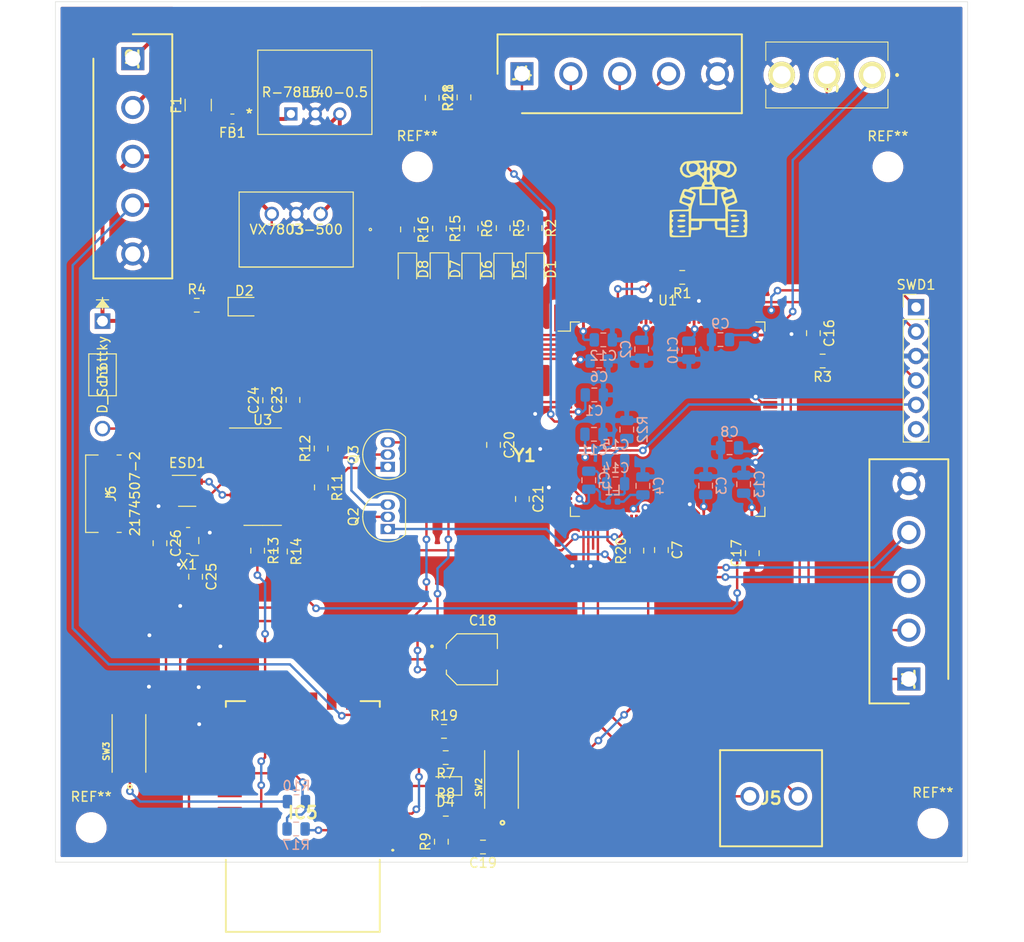
<source format=kicad_pcb>
(kicad_pcb (version 20171130) (host pcbnew "(5.1.10-1-10_14)")
  (title_block (title main-board) (date 2021-10-06) (comment 4 "Sara Hui"))
  (layers (0 F.Cu signal) (31 B.Cu signal) (34 B.Paste user) (35 F.Paste user) (36 B.SilkS user) (37 F.SilkS user) (38 B.Mask user) (39 F.Mask user) (44 Edge.Cuts user))
  (net 0 "")
  (net 1 GND)
  (net 2 +3.3VA)
  (net 3 "Net-(C16-Pad2)")
  (net 4 "Net-(C17-Pad2)")
  (net 5 +5V)
  (net 6 USB_D-)
  (net 7 USB_D+)
  (net 8 USB_CONN_D+)
  (net 9 USB_CONN_D-)
  (net 10 "Net-(F1-Pad1)")
  (net 11 BOOT0)
  (net 12 "Net-(R1-Pad1)")
  (net 13 SWDIO)
  (net 14 "Net-(R3-Pad1)")
  (net 15 "Net-(D2-Pad1)")
  (net 16 "Net-(U1-Pad143)")
  (net 17 "Net-(U1-Pad142)")
  (net 18 "Net-(U1-Pad141)")
  (net 19 TIM3_CH1)
  (net 20 "Net-(U1-Pad133)")
  (net 21 "Net-(U1-Pad132)")
  (net 22 "Net-(U1-Pad129)")
  (net 23 "Net-(U1-Pad128)")
  (net 24 "Net-(U1-Pad127)")
  (net 25 "Net-(U1-Pad126)")
  (net 26 "Net-(U1-Pad125)")
  (net 27 "Net-(U1-Pad124)")
  (net 28 "Net-(U1-Pad123)")
  (net 29 "Net-(U1-Pad118)")
  (net 30 "Net-(U1-Pad117)")
  (net 31 "Net-(U1-Pad116)")
  (net 32 "Net-(U1-Pad115)")
  (net 33 "Net-(U1-Pad114)")
  (net 34 "Net-(U1-Pad113)")
  (net 35 "Net-(U1-Pad112)")
  (net 36 "Net-(U1-Pad111)")
  (net 37 "Net-(U1-Pad110)")
  (net 38 SWCLK)
  (net 39 "Net-(U1-Pad104)")
  (net 40 "Net-(U1-Pad103)")
  (net 41 USART1_TX)
  (net 42 "Net-(U1-Pad100)")
  (net 43 "Net-(U1-Pad95)")
  (net 44 "Net-(U1-Pad93)")
  (net 45 "Net-(U1-Pad92)")
  (net 46 "Net-(U1-Pad91)")
  (net 47 "Net-(U1-Pad90)")
  (net 48 "Net-(U1-Pad89)")
  (net 49 "Net-(U1-Pad88)")
  (net 50 "Net-(U1-Pad87)")
  (net 51 "Net-(U1-Pad82)")
  (net 52 "Net-(U1-Pad81)")
  (net 53 "Net-(U1-Pad80)")
  (net 54 "Net-(U1-Pad79)")
  (net 55 "Net-(U1-Pad78)")
  (net 56 "Net-(U1-Pad77)")
  (net 57 "Net-(U1-Pad76)")
  (net 58 "Net-(U1-Pad75)")
  (net 59 "Net-(U1-Pad74)")
  (net 60 "Net-(U1-Pad73)")
  (net 61 "Net-(U1-Pad70)")
  (net 62 USART3_TX)
  (net 63 "Net-(U1-Pad68)")
  (net 64 "Net-(U1-Pad67)")
  (net 65 "Net-(U1-Pad66)")
  (net 66 "Net-(U1-Pad65)")
  (net 67 "Net-(U1-Pad64)")
  (net 68 "Net-(U1-Pad63)")
  (net 69 "Net-(U1-Pad60)")
  (net 70 UART5_TX)
  (net 71 UART5_RX)
  (net 72 "Net-(U1-Pad57)")
  (net 73 "Net-(U1-Pad56)")
  (net 74 "Net-(U1-Pad55)")
  (net 75 "Net-(U1-Pad54)")
  (net 76 "Net-(U1-Pad53)")
  (net 77 "Net-(U1-Pad50)")
  (net 78 "Net-(U1-Pad49)")
  (net 79 TIM2_CH4)
  (net 80 TIM3_CH4)
  (net 81 TIM3_CH3)
  (net 82 USART3_RX)
  (net 83 "Net-(U1-Pad44)")
  (net 84 DAC_OUT2)
  (net 85 DAC_OUT1)
  (net 86 ADC123_IN3)
  (net 87 ADC123_IN2)
  (net 88 TIM2_CH2)
  (net 89 TIM2_CH1)
  (net 90 "Net-(U1-Pad29)")
  (net 91 "Net-(U1-Pad28)")
  (net 92 "Net-(U1-Pad27)")
  (net 93 "Net-(U1-Pad26)")
  (net 94 NRST)
  (net 95 HSE_OUT)
  (net 96 HSE_IN)
  (net 97 "Net-(U1-Pad22)")
  (net 98 "Net-(U1-Pad21)")
  (net 99 "Net-(U1-Pad20)")
  (net 100 ADC3_IN5)
  (net 101 "Net-(U1-Pad18)")
  (net 102 "Net-(U1-Pad14)")
  (net 103 "Net-(U1-Pad13)")
  (net 104 "Net-(U1-Pad12)")
  (net 105 "Net-(U1-Pad11)")
  (net 106 "Net-(U1-Pad10)")
  (net 107 "Net-(U1-Pad9)")
  (net 108 "Net-(U1-Pad8)")
  (net 109 "Net-(U1-Pad7)")
  (net 110 "/WiFi + MCU/XO")
  (net 111 "Net-(D3-Pad2)")
  (net 112 "/WiFi + MCU/ADC")
  (net 113 "/WiFi + MCU/GPIO16")
  (net 114 "Net-(IC5-Pad9)")
  (net 115 "Net-(IC5-Pad10)")
  (net 116 "Net-(IC5-Pad11)")
  (net 117 "Net-(IC5-Pad12)")
  (net 118 "Net-(IC5-Pad13)")
  (net 119 "Net-(IC5-Pad14)")
  (net 120 "/WiFi + MCU/GPIO0")
  (net 121 "Net-(Q2-Pad2)")
  (net 122 "Net-(Q2-Pad3)")
  (net 123 "Net-(Q3-Pad1)")
  (net 124 "Net-(Q3-Pad2)")
  (net 125 "Net-(D4-Pad1)")
  (net 126 "Net-(R8-Pad2)")
  (net 127 "Net-(R10-Pad2)")
  (net 128 "Net-(R13-Pad1)")
  (net 129 "Net-(R14-Pad1)")
  (net 130 "Net-(U3-Pad4)")
  (net 131 "/WiFi + MCU/XI")
  (net 132 "Net-(U3-Pad9)")
  (net 133 "Net-(U3-Pad10)")
  (net 134 "Net-(U3-Pad11)")
  (net 135 "Net-(U3-Pad12)")
  (net 136 "Net-(U3-Pad15)")
  (net 137 3V3)
  (net 138 5V)
  (net 139 7.5V)
  (net 140 12V)
  (net 141 "Net-(SWD1-Pad6)")
  (net 142 WIFI_nRST)
  (net 143 WIFI_EN)
  (net 144 "Net-(IC5-Pad5)")
  (net 145 "Net-(IC5-Pad6)")
  (net 146 "Net-(IC5-Pad7)")
  (net 147 "Net-(IC5-Pad19)")
  (net 148 "Net-(IC5-Pad20)")
  (net 149 USART1_RX)
  (net 150 7.5V_IN)
  (net 151 "Net-(U1-Pad137)")
  (net 152 "Net-(U1-Pad136)")
  (net 153 "Net-(U1-Pad122)")
  (net 154 "Net-(U1-Pad119)")
  (net 155 "Net-(U1-Pad97)")
  (net 156 "Net-(U1-Pad96)")
  (net 157 "Net-(IC5-Pad16)")
  (net 158 "Net-(IC5-Pad17)")
  (net 159 "Net-(U1-Pad43)")
  (net 160 TIM4_CH4)
  (net 161 TIM4_CH3)
  (net 162 "Net-(U1-Pad47)")
  (net 163 "Net-(U1-Pad46)")
  (net 164 "Net-(U1-Pad34)")
  (net 165 TIM3_CH2)
  (net 166 "Net-(U1-Pad35)")
  (net 167 "Net-(D5-Pad1)")
  (net 168 GPIO_LED2)
  (net 169 GPIO_LED3)
  (net 170 "Net-(D6-Pad1)")
  (net 171 "Net-(D7-Pad1)")
  (net 172 GPIO_LED4)
  (net 173 GPIO_LED5)
  (net 174 "Net-(D8-Pad1)")
  (net 175 "Net-(D1-Pad1)")
  (net 176 GPIO_LED1)
  (net 177 "Net-(J6-Pad4)")
  (net 178 "Net-(J6-Pad6)")
  (net 179 "Net-(J6-Pad7)")
  (net 180 "Net-(J6-Pad8)")
  (net 181 "Net-(J6-Pad9)")
  (net 182 "Net-(J6-Pad10)")
  (net 183 "Net-(J6-Pad11)")
  (net 184 /AGND)
  (module walle_library:walle3 (layer F.Cu) (at 169.85 47.325)
    (fp_text reference G*** hide)
    (fp_text value LOGO hide)
  )
  (module MountingHole:MountingHole_2.2mm_M2 (layer F.Cu) (at 188.525 44.075)
    (fp_text reference REF** (at 0 -3.2) (layer F.SilkS))
    (fp_text value MountingHole_2.2mm_M2)
    (pad "" np_thru_hole circle (at 0 -0.025) (size 2.2 2.2) (drill 2.2) (layers *.Cu *.Mask))
  )
  (module MountingHole:MountingHole_2.2mm_M2 (layer F.Cu) (at 139.6 44.05)
    (fp_text reference REF** (at 0 -3.2) (layer F.SilkS))
    (fp_text value MountingHole_2.2mm_M2)
    (pad "" np_thru_hole circle (at 0 0) (size 2.2 2.2) (drill 2.2) (layers *.Cu *.Mask))
  )
  (module MountingHole:MountingHole_2.2mm_M2 (layer F.Cu) (at 105.7 112.775)
    (fp_text reference REF** (at 0 -3.2) (layer F.SilkS))
    (fp_text value MountingHole_2.2mm_M2)
    (pad 1 np_thru_hole circle (at 0 0) (size 2.2 2.2) (drill 2.2) (layers *.Cu *.Mask))
  )
  (module MountingHole:MountingHole_2.2mm_M2 (layer F.Cu) (at 193.2 112.35)
    (fp_text reference REF** (at 0 -3.2) (layer F.SilkS))
    (fp_text value MountingHole_2.2mm_M2)
    (pad 1 np_thru_hole circle (at 0 0) (size 2.2 2.2) (drill 2.2) (layers *.Cu *.Mask))
  )
  (module NEW5TO3V3:VX7803-500 (layer F.Cu) (at 129.55 48.95 180)
    (fp_text reference J3 (at 2.54 -1.622) (layer F.SilkS))
    (fp_text value VX7803-500 (at 2.54 -1.622) (layer F.SilkS))
    (fp_text user * (at 0 0) (layer F.SilkS))
    (pad 3 thru_hole circle (at 5.08 0 180) (size 1.4986 1.4986) (drill 0.9906) (layers *.Cu *.Mask) (net 137 3V3))
    (pad 2 thru_hole circle (at 2.54 0 180) (size 1.4986 1.4986) (drill 0.9906) (layers *.Cu *.Mask) (net 1 GND))
    (pad 1 thru_hole circle (at 0 0 180) (size 1.4986 1.4986) (drill 0.9906) (layers *.Cu *.Mask) (net 138 5V))
  )
  (module Resistor_SMD:R_0805_2012Metric (layer F.Cu) (at 162.425 83.975 90)
    (fp_text reference R20 (at 0 -1.65 90) (layer F.SilkS))
    (fp_text value 12K)
    (pad 2 smd roundrect (at 0.9375 0 90) (size 0.975 1.4) (layers F.Cu F.Paste F.Mask) (net 137 3V3))
    (pad 1 smd roundrect (at -0.9375 0 90) (size 0.975 1.4) (layers F.Cu F.Paste F.Mask) (net 142 WIFI_nRST))
  )
  (module Resistor_SMD:R_0805_2012Metric (layer F.Cu) (at 142.375 102.775)
    (fp_text reference R19 (at 0 -1.65) (layer F.SilkS))
    (fp_text value 12K)
    (pad 2 smd roundrect (at 0.9375 0) (size 0.975 1.4) (layers F.Cu F.Paste F.Mask) (net 137 3V3))
    (pad 1 smd roundrect (at -0.9375 0) (size 0.975 1.4) (layers F.Cu F.Paste F.Mask) (net 143 WIFI_EN))
  )
  (module Resistor_SMD:R_0805_2012Metric (layer F.Cu) (at 142.1 114.25 90)
    (fp_text reference R9 (at 0 -1.65 90) (layer F.SilkS))
    (fp_text value "0(NC)")
    (pad 2 smd roundrect (at 0.9375 0 90) (size 0.975 1.4) (layers F.Cu F.Paste F.Mask) (net 126 "Net-(R8-Pad2)"))
    (pad 1 smd roundrect (at -0.9375 0 90) (size 0.975 1.4) (layers F.Cu F.Paste F.Mask) (net 142 WIFI_nRST))
  )
  (module Resistor_SMD:R_0805_2012Metric (layer F.Cu) (at 142.5625 110.875)
    (fp_text reference R8 (at 0 -1.65) (layer F.SilkS))
    (fp_text value 470)
    (pad 2 smd roundrect (at 0.9375 0) (size 0.975 1.4) (layers F.Cu F.Paste F.Mask) (net 126 "Net-(R8-Pad2)"))
    (pad 1 smd roundrect (at -0.9375 0) (size 0.975 1.4) (layers F.Cu F.Paste F.Mask) (net 125 "Net-(D4-Pad1)"))
  )
  (module Capacitor_SMD:C_0805_2012Metric (layer F.Cu) (at 146.425 114.8 180)
    (fp_text reference C19 (at 0 -1.65) (layer F.SilkS))
    (fp_text value 470pF)
    (pad 2 smd roundrect (at 0.9375 0 180) (size 0.975 1.4) (layers F.Cu F.Paste F.Mask) (net 142 WIFI_nRST))
    (pad 1 smd roundrect (at -0.9375 0 180) (size 0.975 1.4) (layers F.Cu F.Paste F.Mask) (net 1 GND))
  )
  (module LED_SMD:LED_0805_2012Metric (layer F.Cu) (at 142.525 108.45 180)
    (fp_text reference D4 (at 0 -1.65) (layer F.SilkS))
    (fp_text value LED)
    (pad 1 smd roundrect (at -0.9375 0 180) (size 0.975 1.4) (layers F.Cu F.Paste F.Mask) (net 125 "Net-(D4-Pad1)"))
    (pad 2 smd roundrect (at 0.9375 0 180) (size 0.975 1.4) (layers F.Cu F.Paste F.Mask) (net 113 "/WiFi + MCU/GPIO16"))
  )
  (module Package_QFP:LQFP-144_20x20mm_P0.5mm (layer F.Cu) (at 165.625 70.3)
    (fp_text reference U1 (at 0 -12.35) (layer F.SilkS))
    (fp_text value STM32F446ZET6)
    (pad 144 smd roundrect (at -8.75 -10.6625) (size 0.3 1.475) (layers F.Cu F.Paste F.Mask) (net 137 3V3))
    (pad 143 smd roundrect (at -8.25 -10.6625) (size 0.3 1.475) (layers F.Cu F.Paste F.Mask) (net 16 "Net-(U1-Pad143)"))
    (pad 142 smd roundrect (at -7.75 -10.6625) (size 0.3 1.475) (layers F.Cu F.Paste F.Mask) (net 17 "Net-(U1-Pad142)"))
    (pad 141 smd roundrect (at -7.25 -10.6625) (size 0.3 1.475) (layers F.Cu F.Paste F.Mask) (net 18 "Net-(U1-Pad141)"))
    (pad 140 smd roundrect (at -6.75 -10.6625) (size 0.3 1.475) (layers F.Cu F.Paste F.Mask) (net 88 TIM2_CH2))
    (pad 139 smd roundrect (at -6.25 -10.6625) (size 0.3 1.475) (layers F.Cu F.Paste F.Mask) (net 89 TIM2_CH1))
    (pad 138 smd roundrect (at -5.75 -10.6625) (size 0.3 1.475) (layers F.Cu F.Paste F.Mask) (net 11 BOOT0))
    (pad 137 smd roundrect (at -5.25 -10.6625) (size 0.3 1.475) (layers F.Cu F.Paste F.Mask) (net 151 "Net-(U1-Pad137)"))
    (pad 136 smd roundrect (at -4.75 -10.6625) (size 0.3 1.475) (layers F.Cu F.Paste F.Mask) (net 152 "Net-(U1-Pad136)"))
    (pad 135 smd roundrect (at -4.25 -10.6625) (size 0.3 1.475) (layers F.Cu F.Paste F.Mask) (net 165 TIM3_CH2))
    (pad 134 smd roundrect (at -3.75 -10.6625) (size 0.3 1.475) (layers F.Cu F.Paste F.Mask) (net 19 TIM3_CH1))
    (pad 133 smd roundrect (at -3.25 -10.6625) (size 0.3 1.475) (layers F.Cu F.Paste F.Mask) (net 20 "Net-(U1-Pad133)"))
    (pad 132 smd roundrect (at -2.75 -10.6625) (size 0.3 1.475) (layers F.Cu F.Paste F.Mask) (net 21 "Net-(U1-Pad132)"))
    (pad 131 smd roundrect (at -2.25 -10.6625) (size 0.3 1.475) (layers F.Cu F.Paste F.Mask) (net 137 3V3))
    (pad 130 smd roundrect (at -1.75 -10.6625) (size 0.3 1.475) (layers F.Cu F.Paste F.Mask) (net 1 GND))
    (pad 129 smd roundrect (at -1.25 -10.6625) (size 0.3 1.475) (layers F.Cu F.Paste F.Mask) (net 22 "Net-(U1-Pad129)"))
    (pad 128 smd roundrect (at -0.75 -10.6625) (size 0.3 1.475) (layers F.Cu F.Paste F.Mask) (net 23 "Net-(U1-Pad128)"))
    (pad 127 smd roundrect (at -0.25 -10.6625) (size 0.3 1.475) (layers F.Cu F.Paste F.Mask) (net 24 "Net-(U1-Pad127)"))
    (pad 126 smd roundrect (at 0.25 -10.6625) (size 0.3 1.475) (layers F.Cu F.Paste F.Mask) (net 25 "Net-(U1-Pad126)"))
    (pad 125 smd roundrect (at 0.75 -10.6625) (size 0.3 1.475) (layers F.Cu F.Paste F.Mask) (net 26 "Net-(U1-Pad125)"))
    (pad 124 smd roundrect (at 1.25 -10.6625) (size 0.3 1.475) (layers F.Cu F.Paste F.Mask) (net 27 "Net-(U1-Pad124)"))
    (pad 123 smd roundrect (at 1.75 -10.6625) (size 0.3 1.475) (layers F.Cu F.Paste F.Mask) (net 28 "Net-(U1-Pad123)"))
    (pad 122 smd roundrect (at 2.25 -10.6625) (size 0.3 1.475) (layers F.Cu F.Paste F.Mask) (net 153 "Net-(U1-Pad122)"))
    (pad 121 smd roundrect (at 2.75 -10.6625) (size 0.3 1.475) (layers F.Cu F.Paste F.Mask) (net 137 3V3))
    (pad 120 smd roundrect (at 3.25 -10.6625) (size 0.3 1.475) (layers F.Cu F.Paste F.Mask) (net 1 GND))
    (pad 119 smd roundrect (at 3.75 -10.6625) (size 0.3 1.475) (layers F.Cu F.Paste F.Mask) (net 154 "Net-(U1-Pad119)"))
    (pad 118 smd roundrect (at 4.25 -10.6625) (size 0.3 1.475) (layers F.Cu F.Paste F.Mask) (net 29 "Net-(U1-Pad118)"))
    (pad 117 smd roundrect (at 4.75 -10.6625) (size 0.3 1.475) (layers F.Cu F.Paste F.Mask) (net 30 "Net-(U1-Pad117)"))
    (pad 116 smd roundrect (at 5.25 -10.6625) (size 0.3 1.475) (layers F.Cu F.Paste F.Mask) (net 31 "Net-(U1-Pad116)"))
    (pad 115 smd roundrect (at 5.75 -10.6625) (size 0.3 1.475) (layers F.Cu F.Paste F.Mask) (net 32 "Net-(U1-Pad115)"))
    (pad 114 smd roundrect (at 6.25 -10.6625) (size 0.3 1.475) (layers F.Cu F.Paste F.Mask) (net 33 "Net-(U1-Pad114)"))
    (pad 113 smd roundrect (at 6.75 -10.6625) (size 0.3 1.475) (layers F.Cu F.Paste F.Mask) (net 34 "Net-(U1-Pad113)"))
    (pad 112 smd roundrect (at 7.25 -10.6625) (size 0.3 1.475) (layers F.Cu F.Paste F.Mask) (net 35 "Net-(U1-Pad112)"))
    (pad 111 smd roundrect (at 7.75 -10.6625) (size 0.3 1.475) (layers F.Cu F.Paste F.Mask) (net 36 "Net-(U1-Pad111)"))
    (pad 110 smd roundrect (at 8.25 -10.6625) (size 0.3 1.475) (layers F.Cu F.Paste F.Mask) (net 37 "Net-(U1-Pad110)"))
    (pad 109 smd roundrect (at 8.75 -10.6625) (size 0.3 1.475) (layers F.Cu F.Paste F.Mask) (net 38 SWCLK))
    (pad 108 smd roundrect (at 10.6625 -8.75) (size 1.475 0.3) (layers F.Cu F.Paste F.Mask) (net 137 3V3))
    (pad 107 smd roundrect (at 10.6625 -8.25) (size 1.475 0.3) (layers F.Cu F.Paste F.Mask) (net 1 GND))
    (pad 106 smd roundrect (at 10.6625 -7.75) (size 1.475 0.3) (layers F.Cu F.Paste F.Mask) (net 3 "Net-(C16-Pad2)"))
    (pad 105 smd roundrect (at 10.6625 -7.25) (size 1.475 0.3) (layers F.Cu F.Paste F.Mask) (net 13 SWDIO))
    (pad 104 smd roundrect (at 10.6625 -6.75) (size 1.475 0.3) (layers F.Cu F.Paste F.Mask) (net 39 "Net-(U1-Pad104)"))
    (pad 103 smd roundrect (at 10.6625 -6.25) (size 1.475 0.3) (layers F.Cu F.Paste F.Mask) (net 40 "Net-(U1-Pad103)"))
    (pad 102 smd roundrect (at 10.6625 -5.75) (size 1.475 0.3) (layers F.Cu F.Paste F.Mask) (net 82 USART3_RX))
    (pad 101 smd roundrect (at 10.6625 -5.25) (size 1.475 0.3) (layers F.Cu F.Paste F.Mask) (net 62 USART3_TX))
    (pad 100 smd roundrect (at 10.6625 -4.75) (size 1.475 0.3) (layers F.Cu F.Paste F.Mask) (net 42 "Net-(U1-Pad100)"))
    (pad 99 smd roundrect (at 10.6625 -4.25) (size 1.475 0.3) (layers F.Cu F.Paste F.Mask) (net 80 TIM3_CH4))
    (pad 98 smd roundrect (at 10.6625 -3.75) (size 1.475 0.3) (layers F.Cu F.Paste F.Mask) (net 81 TIM3_CH3))
    (pad 97 smd roundrect (at 10.6625 -3.25) (size 1.475 0.3) (layers F.Cu F.Paste F.Mask) (net 155 "Net-(U1-Pad97)"))
    (pad 96 smd roundrect (at 10.6625 -2.75) (size 1.475 0.3) (layers F.Cu F.Paste F.Mask) (net 156 "Net-(U1-Pad96)"))
    (pad 95 smd roundrect (at 10.6625 -2.25) (size 1.475 0.3) (layers F.Cu F.Paste F.Mask) (net 43 "Net-(U1-Pad95)"))
    (pad 94 smd roundrect (at 10.6625 -1.75) (size 1.475 0.3) (layers F.Cu F.Paste F.Mask) (net 1 GND))
    (pad 93 smd roundrect (at 10.6625 -1.25) (size 1.475 0.3) (layers F.Cu F.Paste F.Mask) (net 44 "Net-(U1-Pad93)"))
    (pad 92 smd roundrect (at 10.6625 -0.75) (size 1.475 0.3) (layers F.Cu F.Paste F.Mask) (net 45 "Net-(U1-Pad92)"))
    (pad 91 smd roundrect (at 10.6625 -0.25) (size 1.475 0.3) (layers F.Cu F.Paste F.Mask) (net 46 "Net-(U1-Pad91)"))
    (pad 90 smd roundrect (at 10.6625 0.25) (size 1.475 0.3) (layers F.Cu F.Paste F.Mask) (net 47 "Net-(U1-Pad90)"))
    (pad 89 smd roundrect (at 10.6625 0.75) (size 1.475 0.3) (layers F.Cu F.Paste F.Mask) (net 48 "Net-(U1-Pad89)"))
    (pad 88 smd roundrect (at 10.6625 1.25) (size 1.475 0.3) (layers F.Cu F.Paste F.Mask) (net 49 "Net-(U1-Pad88)"))
    (pad 87 smd roundrect (at 10.6625 1.75) (size 1.475 0.3) (layers F.Cu F.Paste F.Mask) (net 50 "Net-(U1-Pad87)"))
    (pad 86 smd roundrect (at 10.6625 2.25) (size 1.475 0.3) (layers F.Cu F.Paste F.Mask) (net 160 TIM4_CH4))
    (pad 85 smd roundrect (at 10.6625 2.75) (size 1.475 0.3) (layers F.Cu F.Paste F.Mask) (net 161 TIM4_CH3))
    (pad 84 smd roundrect (at 10.6625 3.25) (size 1.475 0.3) (layers F.Cu F.Paste F.Mask) (net 137 3V3))
    (pad 83 smd roundrect (at 10.6625 3.75) (size 1.475 0.3) (layers F.Cu F.Paste F.Mask) (net 1 GND))
    (pad 82 smd roundrect (at 10.6625 4.25) (size 1.475 0.3) (layers F.Cu F.Paste F.Mask) (net 51 "Net-(U1-Pad82)"))
    (pad 81 smd roundrect (at 10.6625 4.75) (size 1.475 0.3) (layers F.Cu F.Paste F.Mask) (net 52 "Net-(U1-Pad81)"))
    (pad 80 smd roundrect (at 10.6625 5.25) (size 1.475 0.3) (layers F.Cu F.Paste F.Mask) (net 53 "Net-(U1-Pad80)"))
    (pad 79 smd roundrect (at 10.6625 5.75) (size 1.475 0.3) (layers F.Cu F.Paste F.Mask) (net 54 "Net-(U1-Pad79)"))
    (pad 78 smd roundrect (at 10.6625 6.25) (size 1.475 0.3) (layers F.Cu F.Paste F.Mask) (net 55 "Net-(U1-Pad78)"))
    (pad 77 smd roundrect (at 10.6625 6.75) (size 1.475 0.3) (layers F.Cu F.Paste F.Mask) (net 56 "Net-(U1-Pad77)"))
    (pad 76 smd roundrect (at 10.6625 7.25) (size 1.475 0.3) (layers F.Cu F.Paste F.Mask) (net 57 "Net-(U1-Pad76)"))
    (pad 75 smd roundrect (at 10.6625 7.75) (size 1.475 0.3) (layers F.Cu F.Paste F.Mask) (net 58 "Net-(U1-Pad75)"))
    (pad 74 smd roundrect (at 10.6625 8.25) (size 1.475 0.3) (layers F.Cu F.Paste F.Mask) (net 59 "Net-(U1-Pad74)"))
    (pad 73 smd roundrect (at 10.6625 8.75) (size 1.475 0.3) (layers F.Cu F.Paste F.Mask) (net 60 "Net-(U1-Pad73)"))
    (pad 72 smd roundrect (at 8.75 10.6625) (size 0.3 1.475) (layers F.Cu F.Paste F.Mask) (net 137 3V3))
    (pad 71 smd roundrect (at 8.25 10.6625) (size 0.3 1.475) (layers F.Cu F.Paste F.Mask) (net 4 "Net-(C17-Pad2)"))
    (pad 70 smd roundrect (at 7.75 10.6625) (size 0.3 1.475) (layers F.Cu F.Paste F.Mask) (net 61 "Net-(U1-Pad70)"))
    (pad 69 smd roundrect (at 7.25 10.6625) (size 0.3 1.475) (layers F.Cu F.Paste F.Mask) (net 41 USART1_TX))
    (pad 68 smd roundrect (at 6.75 10.6625) (size 0.3 1.475) (layers F.Cu F.Paste F.Mask) (net 63 "Net-(U1-Pad68)"))
    (pad 67 smd roundrect (at 6.25 10.6625) (size 0.3 1.475) (layers F.Cu F.Paste F.Mask) (net 64 "Net-(U1-Pad67)"))
    (pad 66 smd roundrect (at 5.75 10.6625) (size 0.3 1.475) (layers F.Cu F.Paste F.Mask) (net 65 "Net-(U1-Pad66)"))
    (pad 65 smd roundrect (at 5.25 10.6625) (size 0.3 1.475) (layers F.Cu F.Paste F.Mask) (net 66 "Net-(U1-Pad65)"))
    (pad 64 smd roundrect (at 4.75 10.6625) (size 0.3 1.475) (layers F.Cu F.Paste F.Mask) (net 67 "Net-(U1-Pad64)"))
    (pad 63 smd roundrect (at 4.25 10.6625) (size 0.3 1.475) (layers F.Cu F.Paste F.Mask) (net 68 "Net-(U1-Pad63)"))
    (pad 62 smd roundrect (at 3.75 10.6625) (size 0.3 1.475) (layers F.Cu F.Paste F.Mask) (net 137 3V3))
    (pad 61 smd roundrect (at 3.25 10.6625) (size 0.3 1.475) (layers F.Cu F.Paste F.Mask) (net 1 GND))
    (pad 60 smd roundrect (at 2.75 10.6625) (size 0.3 1.475) (layers F.Cu F.Paste F.Mask) (net 69 "Net-(U1-Pad60)"))
    (pad 59 smd roundrect (at 2.25 10.6625) (size 0.3 1.475) (layers F.Cu F.Paste F.Mask) (net 70 UART5_TX))
    (pad 58 smd roundrect (at 1.75 10.6625) (size 0.3 1.475) (layers F.Cu F.Paste F.Mask) (net 71 UART5_RX))
    (pad 57 smd roundrect (at 1.25 10.6625) (size 0.3 1.475) (layers F.Cu F.Paste F.Mask) (net 72 "Net-(U1-Pad57)"))
    (pad 56 smd roundrect (at 0.75 10.6625) (size 0.3 1.475) (layers F.Cu F.Paste F.Mask) (net 73 "Net-(U1-Pad56)"))
    (pad 55 smd roundrect (at 0.25 10.6625) (size 0.3 1.475) (layers F.Cu F.Paste F.Mask) (net 74 "Net-(U1-Pad55)"))
    (pad 54 smd roundrect (at -0.25 10.6625) (size 0.3 1.475) (layers F.Cu F.Paste F.Mask) (net 75 "Net-(U1-Pad54)"))
    (pad 53 smd roundrect (at -0.75 10.6625) (size 0.3 1.475) (layers F.Cu F.Paste F.Mask) (net 76 "Net-(U1-Pad53)"))
    (pad 52 smd roundrect (at -1.25 10.6625) (size 0.3 1.475) (layers F.Cu F.Paste F.Mask) (net 137 3V3))
    (pad 51 smd roundrect (at -1.75 10.6625) (size 0.3 1.475) (layers F.Cu F.Paste F.Mask) (net 1 GND))
    (pad 50 smd roundrect (at -2.25 10.6625) (size 0.3 1.475) (layers F.Cu F.Paste F.Mask) (net 77 "Net-(U1-Pad50)"))
    (pad 49 smd roundrect (at -2.75 10.6625) (size 0.3 1.475) (layers F.Cu F.Paste F.Mask) (net 78 "Net-(U1-Pad49)"))
    (pad 48 smd roundrect (at -3.25 10.6625) (size 0.3 1.475) (layers F.Cu F.Paste F.Mask) (net 79 TIM2_CH4))
    (pad 47 smd roundrect (at -3.75 10.6625) (size 0.3 1.475) (layers F.Cu F.Paste F.Mask) (net 162 "Net-(U1-Pad47)"))
    (pad 46 smd roundrect (at -4.25 10.6625) (size 0.3 1.475) (layers F.Cu F.Paste F.Mask) (net 163 "Net-(U1-Pad46)"))
    (pad 45 smd roundrect (at -4.75 10.6625) (size 0.3 1.475) (layers F.Cu F.Paste F.Mask) (net 149 USART1_RX))
    (pad 44 smd roundrect (at -5.25 10.6625) (size 0.3 1.475) (layers F.Cu F.Paste F.Mask) (net 83 "Net-(U1-Pad44)"))
    (pad 43 smd roundrect (at -5.75 10.6625) (size 0.3 1.475) (layers F.Cu F.Paste F.Mask) (net 159 "Net-(U1-Pad43)"))
    (pad 42 smd roundrect (at -6.25 10.6625) (size 0.3 1.475) (layers F.Cu F.Paste F.Mask) (net 142 WIFI_nRST))
    (pad 41 smd roundrect (at -6.75 10.6625) (size 0.3 1.475) (layers F.Cu F.Paste F.Mask) (net 84 DAC_OUT2))
    (pad 40 smd roundrect (at -7.25 10.6625) (size 0.3 1.475) (layers F.Cu F.Paste F.Mask) (net 85 DAC_OUT1))
    (pad 39 smd roundrect (at -7.75 10.6625) (size 0.3 1.475) (layers F.Cu F.Paste F.Mask) (net 137 3V3))
    (pad 38 smd roundrect (at -8.25 10.6625) (size 0.3 1.475) (layers F.Cu F.Paste F.Mask) (net 1 GND))
    (pad 37 smd roundrect (at -8.75 10.6625) (size 0.3 1.475) (layers F.Cu F.Paste F.Mask) (net 86 ADC123_IN3))
    (pad 36 smd roundrect (at -10.6625 8.75) (size 1.475 0.3) (layers F.Cu F.Paste F.Mask) (net 87 ADC123_IN2))
    (pad 35 smd roundrect (at -10.6625 8.25) (size 1.475 0.3) (layers F.Cu F.Paste F.Mask) (net 166 "Net-(U1-Pad35)"))
    (pad 34 smd roundrect (at -10.6625 7.75) (size 1.475 0.3) (layers F.Cu F.Paste F.Mask) (net 164 "Net-(U1-Pad34)"))
    (pad 33 smd roundrect (at -10.6625 7.25) (size 1.475 0.3) (layers F.Cu F.Paste F.Mask) (net 2 +3.3VA))
    (pad 32 smd roundrect (at -10.6625 6.75) (size 1.475 0.3) (layers F.Cu F.Paste F.Mask) (net 2 +3.3VA))
    (pad 31 smd roundrect (at -10.6625 6.25) (size 1.475 0.3) (layers F.Cu F.Paste F.Mask) (net 1 GND))
    (pad 30 smd roundrect (at -10.6625 5.75) (size 1.475 0.3) (layers F.Cu F.Paste F.Mask) (net 137 3V3))
    (pad 29 smd roundrect (at -10.6625 5.25) (size 1.475 0.3) (layers F.Cu F.Paste F.Mask) (net 90 "Net-(U1-Pad29)"))
    (pad 28 smd roundrect (at -10.6625 4.75) (size 1.475 0.3) (layers F.Cu F.Paste F.Mask) (net 91 "Net-(U1-Pad28)"))
    (pad 27 smd roundrect (at -10.6625 4.25) (size 1.475 0.3) (layers F.Cu F.Paste F.Mask) (net 92 "Net-(U1-Pad27)"))
    (pad 26 smd roundrect (at -10.6625 3.75) (size 1.475 0.3) (layers F.Cu F.Paste F.Mask) (net 93 "Net-(U1-Pad26)"))
    (pad 25 smd roundrect (at -10.6625 3.25) (size 1.475 0.3) (layers F.Cu F.Paste F.Mask) (net 94 NRST))
    (pad 24 smd roundrect (at -10.6625 2.75) (size 1.475 0.3) (layers F.Cu F.Paste F.Mask) (net 95 HSE_OUT))
    (pad 23 smd roundrect (at -10.6625 2.25) (size 1.475 0.3) (layers F.Cu F.Paste F.Mask) (net 96 HSE_IN))
    (pad 22 smd roundrect (at -10.6625 1.75) (size 1.475 0.3) (layers F.Cu F.Paste F.Mask) (net 97 "Net-(U1-Pad22)"))
    (pad 21 smd roundrect (at -10.6625 1.25) (size 1.475 0.3) (layers F.Cu F.Paste F.Mask) (net 98 "Net-(U1-Pad21)"))
    (pad 20 smd roundrect (at -10.6625 0.75) (size 1.475 0.3) (layers F.Cu F.Paste F.Mask) (net 99 "Net-(U1-Pad20)"))
    (pad 19 smd roundrect (at -10.6625 0.25) (size 1.475 0.3) (layers F.Cu F.Paste F.Mask) (net 100 ADC3_IN5))
    (pad 18 smd roundrect (at -10.6625 -0.25) (size 1.475 0.3) (layers F.Cu F.Paste F.Mask) (net 101 "Net-(U1-Pad18)"))
    (pad 17 smd roundrect (at -10.6625 -0.75) (size 1.475 0.3) (layers F.Cu F.Paste F.Mask) (net 137 3V3))
    (pad 16 smd roundrect (at -10.6625 -1.25) (size 1.475 0.3) (layers F.Cu F.Paste F.Mask) (net 1 GND))
    (pad 15 smd roundrect (at -10.6625 -1.75) (size 1.475 0.3) (layers F.Cu F.Paste F.Mask) (net 143 WIFI_EN))
    (pad 14 smd roundrect (at -10.6625 -2.25) (size 1.475 0.3) (layers F.Cu F.Paste F.Mask) (net 102 "Net-(U1-Pad14)"))
    (pad 13 smd roundrect (at -10.6625 -2.75) (size 1.475 0.3) (layers F.Cu F.Paste F.Mask) (net 103 "Net-(U1-Pad13)"))
    (pad 12 smd roundrect (at -10.6625 -3.25) (size 1.475 0.3) (layers F.Cu F.Paste F.Mask) (net 104 "Net-(U1-Pad12)"))
    (pad 11 smd roundrect (at -10.6625 -3.75) (size 1.475 0.3) (layers F.Cu F.Paste F.Mask) (net 105 "Net-(U1-Pad11)"))
    (pad 10 smd roundrect (at -10.6625 -4.25) (size 1.475 0.3) (layers F.Cu F.Paste F.Mask) (net 106 "Net-(U1-Pad10)"))
    (pad 9 smd roundrect (at -10.6625 -4.75) (size 1.475 0.3) (layers F.Cu F.Paste F.Mask) (net 107 "Net-(U1-Pad9)"))
    (pad 8 smd roundrect (at -10.6625 -5.25) (size 1.475 0.3) (layers F.Cu F.Paste F.Mask) (net 108 "Net-(U1-Pad8)"))
    (pad 7 smd roundrect (at -10.6625 -5.75) (size 1.475 0.3) (layers F.Cu F.Paste F.Mask) (net 109 "Net-(U1-Pad7)"))
    (pad 6 smd roundrect (at -10.6625 -6.25) (size 1.475 0.3) (layers F.Cu F.Paste F.Mask) (net 137 3V3))
    (pad 5 smd roundrect (at -10.6625 -6.75) (size 1.475 0.3) (layers F.Cu F.Paste F.Mask) (net 173 GPIO_LED5))
    (pad 4 smd roundrect (at -10.6625 -7.25) (size 1.475 0.3) (layers F.Cu F.Paste F.Mask) (net 172 GPIO_LED4))
    (pad 3 smd roundrect (at -10.6625 -7.75) (size 1.475 0.3) (layers F.Cu F.Paste F.Mask) (net 169 GPIO_LED3))
    (pad 2 smd roundrect (at -10.6625 -8.25) (size 1.475 0.3) (layers F.Cu F.Paste F.Mask) (net 168 GPIO_LED2))
    (pad 1 smd roundrect (at -10.6625 -8.75) (size 1.475 0.3) (layers F.Cu F.Paste F.Mask) (net 176 GPIO_LED1))
  )
  (module Inductor_SMD:L_0402_1005Metric (layer B.Cu) (at 159.925 78.875 180)
    (fp_text reference L1 (at 0 1.17) (layer B.SilkS) (effects (justify mirror)))
    (fp_text value 39n)
    (pad 1 smd roundrect (at -0.485 0 180) (size 0.59 0.64) (layers B.Cu B.Paste B.Mask) (net 137 3V3))
    (pad 2 smd roundrect (at 0.485 0 180) (size 0.59 0.64) (layers B.Cu B.Paste B.Mask) (net 2 +3.3VA))
  )
  (module Capacitor_SMD:C_0805_2012Metric (layer F.Cu) (at 174.425 84.2375 90)
    (fp_text reference C17 (at 0 -1.65 90) (layer F.SilkS))
    (fp_text value 2.2u)
    (pad 2 smd roundrect (at 0.9375 0 90) (size 0.975 1.4) (layers F.Cu F.Paste F.Mask) (net 4 "Net-(C17-Pad2)"))
    (pad 1 smd roundrect (at -0.9375 0 90) (size 0.975 1.4) (layers F.Cu F.Paste F.Mask) (net 1 GND))
  )
  (module Capacitor_SMD:C_0805_2012Metric (layer F.Cu) (at 180.775 61.35 270)
    (fp_text reference C16 (at 0 -1.65 90) (layer F.SilkS))
    (fp_text value 2.2u)
    (pad 2 smd roundrect (at 0.9375 0 270) (size 0.975 1.4) (layers F.Cu F.Paste F.Mask) (net 3 "Net-(C16-Pad2)"))
    (pad 1 smd roundrect (at -0.9375 0 270) (size 0.975 1.4) (layers F.Cu F.Paste F.Mask) (net 1 GND))
  )
  (module Package_TO_SOT_THT:TO-92_Inline (layer F.Cu) (at 136.525 75.25 90)
    (fp_text reference Q3 (at 1.27 -3.56 90) (layer F.SilkS))
    (fp_text value S8050)
    (pad 1 thru_hole rect (at 0 0 90) (size 1.05 1.5) (drill 0.75) (layers *.Cu *.Mask) (net 123 "Net-(Q3-Pad1)"))
    (pad 3 thru_hole oval (at 2.54 0 90) (size 1.05 1.5) (drill 0.75) (layers *.Cu *.Mask) (net 120 "/WiFi + MCU/GPIO0"))
    (pad 2 thru_hole oval (at 1.27 0 90) (size 1.05 1.5) (drill 0.75) (layers *.Cu *.Mask) (net 124 "Net-(Q3-Pad2)"))
  )
  (module Oscillator:Oscillator_SMD_ECS_2520MV-xxx-xx-4Pin_2.5x2.0mm (layer F.Cu) (at 115.775 82.925 180)
    (fp_text reference X1 (at 0 -2.5) (layer F.SilkS))
    (fp_text value ECS-2520MV-xxx-xx)
    (pad 3 smd roundrect (at 0.725 0.925 180) (size 0.8 0.9) (layers F.Cu F.Paste F.Mask) (net 131 "/WiFi + MCU/XI"))
    (pad 2 smd roundrect (at -0.725 0.925 180) (size 0.8 0.9) (layers F.Cu F.Paste F.Mask) (net 1 GND))
    (pad 4 smd roundrect (at 0.725 -0.925 180) (size 0.8 0.9) (layers F.Cu F.Paste F.Mask) (net 1 GND))
    (pad 1 smd roundrect (at -0.725 -0.925 180) (size 0.8 0.9) (layers F.Cu F.Paste F.Mask) (net 110 "/WiFi + MCU/XO"))
  )
  (module Package_SO:SOIC-16_3.9x9.9mm_P1.27mm (layer F.Cu) (at 123.525 76.28)
    (fp_text reference U3 (at 0 -5.9) (layer F.SilkS))
    (fp_text value CH340G)
    (pad 16 smd roundrect (at 2.475 -4.445) (size 1.95 0.6) (layers F.Cu F.Paste F.Mask) (net 138 5V))
    (pad 15 smd roundrect (at 2.475 -3.175) (size 1.95 0.6) (layers F.Cu F.Paste F.Mask) (net 136 "Net-(U3-Pad15)"))
    (pad 14 smd roundrect (at 2.475 -1.905) (size 1.95 0.6) (layers F.Cu F.Paste F.Mask) (net 122 "Net-(Q2-Pad3)"))
    (pad 13 smd roundrect (at 2.475 -0.635) (size 1.95 0.6) (layers F.Cu F.Paste F.Mask) (net 123 "Net-(Q3-Pad1)"))
    (pad 12 smd roundrect (at 2.475 0.635) (size 1.95 0.6) (layers F.Cu F.Paste F.Mask) (net 135 "Net-(U3-Pad12)"))
    (pad 11 smd roundrect (at 2.475 1.905) (size 1.95 0.6) (layers F.Cu F.Paste F.Mask) (net 134 "Net-(U3-Pad11)"))
    (pad 10 smd roundrect (at 2.475 3.175) (size 1.95 0.6) (layers F.Cu F.Paste F.Mask) (net 133 "Net-(U3-Pad10)"))
    (pad 9 smd roundrect (at 2.475 4.445) (size 1.95 0.6) (layers F.Cu F.Paste F.Mask) (net 132 "Net-(U3-Pad9)"))
    (pad 8 smd roundrect (at -2.475 4.445) (size 1.95 0.6) (layers F.Cu F.Paste F.Mask) (net 110 "/WiFi + MCU/XO"))
    (pad 7 smd roundrect (at -2.475 3.175) (size 1.95 0.6) (layers F.Cu F.Paste F.Mask) (net 131 "/WiFi + MCU/XI"))
    (pad 6 smd roundrect (at -2.475 1.905) (size 1.95 0.6) (layers F.Cu F.Paste F.Mask) (net 6 USB_D-))
    (pad 5 smd roundrect (at -2.475 0.635) (size 1.95 0.6) (layers F.Cu F.Paste F.Mask) (net 7 USB_D+))
    (pad 4 smd roundrect (at -2.475 -0.635) (size 1.95 0.6) (layers F.Cu F.Paste F.Mask) (net 130 "Net-(U3-Pad4)"))
    (pad 3 smd roundrect (at -2.475 -1.905) (size 1.95 0.6) (layers F.Cu F.Paste F.Mask) (net 128 "Net-(R13-Pad1)"))
    (pad 2 smd roundrect (at -2.475 -3.175) (size 1.95 0.6) (layers F.Cu F.Paste F.Mask) (net 129 "Net-(R14-Pad1)"))
    (pad 1 smd roundrect (at -2.475 -4.445) (size 1.95 0.6) (layers F.Cu F.Paste F.Mask) (net 1 GND))
  )
  (module Resistor_SMD:R_0805_2012Metric (layer B.Cu) (at 127 112.925)
    (fp_text reference R17 (at 0 1.65) (layer B.SilkS) (effects (justify mirror)))
    (fp_text value 12K)
    (pad 2 smd roundrect (at 0.9375 0) (size 0.975 1.4) (layers B.Cu B.Paste B.Mask) (net 137 3V3))
    (pad 1 smd roundrect (at -0.9375 0) (size 0.975 1.4) (layers B.Cu B.Paste B.Mask) (net 120 "/WiFi + MCU/GPIO0"))
  )
  (module Resistor_SMD:R_0805_2012Metric (layer F.Cu) (at 125.375 84.0625 270)
    (fp_text reference R14 (at 0 -1.65 90) (layer F.SilkS))
    (fp_text value 470)
    (pad 2 smd roundrect (at 0.9375 0 270) (size 0.975 1.4) (layers F.Cu F.Paste F.Mask) (net 41 USART1_TX))
    (pad 1 smd roundrect (at -0.9375 0 270) (size 0.975 1.4) (layers F.Cu F.Paste F.Mask) (net 129 "Net-(R14-Pad1)"))
  )
  (module Resistor_SMD:R_0805_2012Metric (layer F.Cu) (at 123 83.975 270)
    (fp_text reference R13 (at 0 -1.65 90) (layer F.SilkS))
    (fp_text value 470)
    (pad 2 smd roundrect (at 0.9375 0 270) (size 0.975 1.4) (layers F.Cu F.Paste F.Mask) (net 149 USART1_RX))
    (pad 1 smd roundrect (at -0.9375 0 270) (size 0.975 1.4) (layers F.Cu F.Paste F.Mask) (net 128 "Net-(R13-Pad1)"))
  )
  (module Resistor_SMD:R_0805_2012Metric (layer F.Cu) (at 129.6 73.35 90)
    (fp_text reference R12 (at 0 -1.65 90) (layer F.SilkS))
    (fp_text value 12K)
    (pad 2 smd roundrect (at 0.9375 0 90) (size 0.975 1.4) (layers F.Cu F.Paste F.Mask) (net 124 "Net-(Q3-Pad2)"))
    (pad 1 smd roundrect (at -0.9375 0 90) (size 0.975 1.4) (layers F.Cu F.Paste F.Mask) (net 122 "Net-(Q2-Pad3)"))
  )
  (module Resistor_SMD:R_0805_2012Metric (layer F.Cu) (at 129.625 77.4 270)
    (fp_text reference R11 (at 0 -1.65 90) (layer F.SilkS))
    (fp_text value 12K)
    (pad 2 smd roundrect (at 0.9375 0 270) (size 0.975 1.4) (layers F.Cu F.Paste F.Mask) (net 121 "Net-(Q2-Pad2)"))
    (pad 1 smd roundrect (at -0.9375 0 270) (size 0.975 1.4) (layers F.Cu F.Paste F.Mask) (net 123 "Net-(Q3-Pad1)"))
  )
  (module Resistor_SMD:R_0805_2012Metric (layer B.Cu) (at 127.0375 110.075 180)
    (fp_text reference R10 (at 0 1.65) (layer B.SilkS) (effects (justify mirror)))
    (fp_text value 470)
    (pad 2 smd roundrect (at 0.9375 0 180) (size 0.975 1.4) (layers B.Cu B.Paste B.Mask) (net 127 "Net-(R10-Pad2)"))
    (pad 1 smd roundrect (at -0.9375 0 180) (size 0.975 1.4) (layers B.Cu B.Paste B.Mask) (net 120 "/WiFi + MCU/GPIO0"))
  )
  (module Resistor_SMD:R_0805_2012Metric (layer F.Cu) (at 142.55 105.5 180)
    (fp_text reference R7 (at 0 -1.65) (layer F.SilkS))
    (fp_text value 470)
    (pad 2 smd roundrect (at 0.9375 0 180) (size 0.975 1.4) (layers F.Cu F.Paste F.Mask) (net 113 "/WiFi + MCU/GPIO16"))
    (pad 1 smd roundrect (at -0.9375 0 180) (size 0.975 1.4) (layers F.Cu F.Paste F.Mask) (net 137 3V3))
  )
  (module Resistor_SMD:R_0805_2012Metric (layer F.Cu) (at 116.675 58.45)
    (fp_text reference R4 (at 0 -1.65) (layer F.SilkS))
    (fp_text value 1k)
    (pad 2 smd roundrect (at 0.9375 0) (size 0.975 1.4) (layers F.Cu F.Paste F.Mask) (net 15 "Net-(D2-Pad1)"))
    (pad 1 smd roundrect (at -0.9375 0) (size 0.975 1.4) (layers F.Cu F.Paste F.Mask) (net 1 GND))
  )
  (module Resistor_SMD:R_0805_2012Metric (layer F.Cu) (at 181.7375 64.25 180)
    (fp_text reference R3 (at 0 -1.65) (layer F.SilkS))
    (fp_text value 22)
    (pad 2 smd roundrect (at 0.9375 0 180) (size 0.975 1.4) (layers F.Cu F.Paste F.Mask) (net 13 SWDIO))
    (pad 1 smd roundrect (at -0.9375 0 180) (size 0.975 1.4) (layers F.Cu F.Paste F.Mask) (net 14 "Net-(R3-Pad1)"))
  )
  (module Resistor_SMD:R_0805_2012Metric (layer F.Cu) (at 167.1375 55.55 180)
    (fp_text reference R1 (at 0 -1.65) (layer F.SilkS))
    (fp_text value 10k)
    (pad 2 smd roundrect (at 0.9375 0 180) (size 0.975 1.4) (layers F.Cu F.Paste F.Mask) (net 11 BOOT0))
    (pad 1 smd roundrect (at -0.9375 0 180) (size 0.975 1.4) (layers F.Cu F.Paste F.Mask) (net 12 "Net-(R1-Pad1)"))
  )
  (module Package_TO_SOT_THT:TO-92_Inline (layer F.Cu) (at 136.525 81.725 90)
    (fp_text reference Q2 (at 1.27 -3.56 90) (layer F.SilkS))
    (fp_text value S8050)
    (pad 1 thru_hole rect (at 0 0 90) (size 1.05 1.5) (drill 0.75) (layers *.Cu *.Mask) (net 142 WIFI_nRST))
    (pad 3 thru_hole oval (at 2.54 0 90) (size 1.05 1.5) (drill 0.75) (layers *.Cu *.Mask) (net 122 "Net-(Q2-Pad3)"))
    (pad 2 thru_hole oval (at 1.27 0 90) (size 1.05 1.5) (drill 0.75) (layers *.Cu *.Mask) (net 121 "Net-(Q2-Pad2)"))
  )
  (module SamacSys_Parts:1715250000 (layer F.Cu) (at 179.175 109.525 180)
    (fp_text reference J5 (at 2.8 -0.2) (layer F.SilkS) (effects (font (size 1.27 1.27) (thickness 0.254))))
    (fp_text value 1715250000 hide)
    (pad 2 thru_hole circle (at 5 0 180) (size 1.95 1.95) (drill 1.3) (layers *.Cu *.Mask) (net 86 ADC123_IN3))
    (pad 1 thru_hole circle (at 0 0 180) (size 1.95 1.95) (drill 1.3) (layers *.Cu *.Mask) (net 85 DAC_OUT1))
  )
  (module SamacSys_Parts:SHDR5W100P0X508_1X5_2540X820X1000P (layer F.Cu) (at 150.48 34.375)
    (fp_text reference J4 (at 0 0) (layer F.SilkS) (effects (font (size 1.27 1.27) (thickness 0.254))))
    (fp_text value TB006-508-05BE hide)
    (pad 5 thru_hole circle (at 20.32 0) (size 2.4 2.4) (drill 1.6) (layers *.Cu *.Mask) (net 1 GND))
    (pad 4 thru_hole circle (at 15.24 0) (size 2.4 2.4) (drill 1.6) (layers *.Cu *.Mask) (net 19 TIM3_CH1))
    (pad 3 thru_hole circle (at 10.16 0) (size 2.4 2.4) (drill 1.6) (layers *.Cu *.Mask) (net 165 TIM3_CH2))
    (pad 2 thru_hole circle (at 5.08 0) (size 2.4 2.4) (drill 1.6) (layers *.Cu *.Mask) (net 89 TIM2_CH1))
    (pad 1 thru_hole rect (at 0 0) (size 2.4 2.4) (drill 1.6) (layers *.Cu *.Mask) (net 88 TIM2_CH2))
  )
  (module SamacSys_Parts:SHDR5W100P0X508_1X5_2540X820X1000P (layer F.Cu) (at 110.025 32.8 270)
    (fp_text reference J2 (at 0 0 90) (layer F.SilkS) (effects (font (size 1.27 1.27) (thickness 0.254))))
    (fp_text value TB006-508-05BE hide)
    (pad 5 thru_hole circle (at 20.32 0 270) (size 2.4 2.4) (drill 1.6) (layers *.Cu *.Mask) (net 1 GND))
    (pad 4 thru_hole circle (at 15.24 0 270) (size 2.4 2.4) (drill 1.6) (layers *.Cu *.Mask) (net 137 3V3))
    (pad 3 thru_hole circle (at 10.16 0 270) (size 2.4 2.4) (drill 1.6) (layers *.Cu *.Mask) (net 138 5V))
    (pad 2 thru_hole circle (at 5.08 0 270) (size 2.4 2.4) (drill 1.6) (layers *.Cu *.Mask) (net 150 7.5V_IN))
    (pad 1 thru_hole rect (at 0 0 270) (size 2.4 2.4) (drill 1.6) (layers *.Cu *.Mask) (net 140 12V))
  )
  (module SamacSys_Parts:SHDR5W100P0X508_1X5_2540X820X1000P (layer F.Cu) (at 190.7 97.325 90)
    (fp_text reference J1 (at 0 0 90) (layer F.SilkS) (effects (font (size 1.27 1.27) (thickness 0.254))))
    (fp_text value TB006-508-05BE hide)
    (pad 5 thru_hole circle (at 20.32 0 90) (size 2.4 2.4) (drill 1.6) (layers *.Cu *.Mask) (net 1 GND))
    (pad 4 thru_hole circle (at 15.24 0 90) (size 2.4 2.4) (drill 1.6) (layers *.Cu *.Mask) (net 70 UART5_TX))
    (pad 3 thru_hole circle (at 10.16 0 90) (size 2.4 2.4) (drill 1.6) (layers *.Cu *.Mask) (net 71 UART5_RX))
    (pad 2 thru_hole circle (at 5.08 0 90) (size 2.4 2.4) (drill 1.6) (layers *.Cu *.Mask) (net 82 USART3_RX))
    (pad 1 thru_hole rect (at 0 0 90) (size 2.4 2.4) (drill 1.6) (layers *.Cu *.Mask) (net 62 USART3_TX))
  )
  (module Resistor_SMD:R_0603_1608Metric (layer F.Cu) (at 120.375 39.075 180)
    (fp_text reference FB1 (at 0 -1.43 180) (layer F.SilkS))
    (fp_text value "600 @ 600 MHz")
    (pad 2 smd roundrect (at 0.7875 0 180) (size 0.875 0.95) (layers F.Cu F.Paste F.Mask) (net 10 "Net-(F1-Pad1)"))
    (pad 1 smd roundrect (at -0.7875 0 180) (size 0.875 0.95) (layers F.Cu F.Paste F.Mask) (net 139 7.5V))
  )
  (module Resistor_SMD:R_1210_3225Metric (layer F.Cu) (at 116.825 37.625 90)
    (fp_text reference F1 (at 0 -2.28 90) (layer F.SilkS))
    (fp_text value 750mA)
    (pad 2 smd roundrect (at 1.4 0 90) (size 1.25 2.65) (layers F.Cu F.Paste F.Mask) (roundrect_rratio 0.2) (net 150 7.5V_IN))
    (pad 1 smd roundrect (at -1.4 0 90) (size 1.25 2.65) (layers F.Cu F.Paste F.Mask) (roundrect_rratio 0.2) (net 10 "Net-(F1-Pad1)"))
  )
  (module Capacitor_SMD:C_0805_2012Metric (layer F.Cu) (at 112.85 83.2 270)
    (fp_text reference C26 (at 0 -1.65 90) (layer F.SilkS))
    (fp_text value 22pF)
    (pad 2 smd roundrect (at 0.9375 0 270) (size 0.975 1.4) (layers F.Cu F.Paste F.Mask) (net 1 GND))
    (pad 1 smd roundrect (at -0.9375 0 270) (size 0.975 1.4) (layers F.Cu F.Paste F.Mask) (net 131 "/WiFi + MCU/XI"))
  )
  (module Capacitor_SMD:C_0805_2012Metric (layer F.Cu) (at 116.55 86.6875 270)
    (fp_text reference C25 (at 0 -1.65 90) (layer F.SilkS))
    (fp_text value 22pF)
    (pad 2 smd roundrect (at 0.9375 0 270) (size 0.975 1.4) (layers F.Cu F.Paste F.Mask) (net 1 GND))
    (pad 1 smd roundrect (at -0.9375 0 270) (size 0.975 1.4) (layers F.Cu F.Paste F.Mask) (net 110 "/WiFi + MCU/XO"))
  )
  (module Capacitor_SMD:C_0805_2012Metric (layer F.Cu) (at 124.25 68.325 90)
    (fp_text reference C24 (at 0 -1.65 90) (layer F.SilkS))
    (fp_text value 100nF)
    (pad 2 smd roundrect (at 0.9375 0 90) (size 0.975 1.4) (layers F.Cu F.Paste F.Mask) (net 1 GND))
    (pad 1 smd roundrect (at -0.9375 0 90) (size 0.975 1.4) (layers F.Cu F.Paste F.Mask) (net 138 5V))
  )
  (module Capacitor_SMD:C_0805_2012Metric (layer F.Cu) (at 126.675 68.3 90)
    (fp_text reference C23 (at 0 -1.65 90) (layer F.SilkS))
    (fp_text value 10uF)
    (pad 2 smd roundrect (at 0.9375 0 90) (size 0.975 1.4) (layers F.Cu F.Paste F.Mask) (net 1 GND))
    (pad 1 smd roundrect (at -0.9375 0 90) (size 0.975 1.4) (layers F.Cu F.Paste F.Mask) (net 138 5V))
  )
  (module EEEHA0J101WR:CAP_EEEHA0J101WR (layer F.Cu) (at 145.275 95.275)
    (fp_text reference C18 (at 1.125 -4.035) (layer F.SilkS))
    (fp_text value 100uF)
    (pad 2 smd rect (at 2.15 0) (size 2.8 1.6) (layers F.Cu F.Paste F.Mask) (net 1 GND))
    (pad 1 smd rect (at -2.15 0) (size 2.8 1.6) (layers F.Cu F.Paste F.Mask) (net 137 3V3))
  )
  (module Capacitor_SMD:C_0805_2012Metric (layer B.Cu) (at 160.225 74.625 180)
    (fp_text reference C15 (at 0 1.65 180) (layer B.SilkS) (effects (justify mirror)))
    (fp_text value 10n)
    (pad 2 smd roundrect (at 0.9375 0 180) (size 0.975 1.4) (layers B.Cu B.Paste B.Mask) (net 184 /AGND))
    (pad 1 smd roundrect (at -0.9375 0 180) (size 0.975 1.4) (layers B.Cu B.Paste B.Mask) (net 2 +3.3VA))
  )
  (module Capacitor_SMD:C_0805_2012Metric (layer B.Cu) (at 160.2125 77.025 180)
    (fp_text reference C14 (at 0 1.65 180) (layer B.SilkS) (effects (justify mirror)))
    (fp_text value 1u)
    (pad 2 smd roundrect (at 0.9375 0 180) (size 0.975 1.4) (layers B.Cu B.Paste B.Mask) (net 184 /AGND))
    (pad 1 smd roundrect (at -0.9375 0 180) (size 0.975 1.4) (layers B.Cu B.Paste B.Mask) (net 2 +3.3VA))
  )
  (module Capacitor_SMD:C_0805_2012Metric (layer B.Cu) (at 173.525 77.0625 90)
    (fp_text reference C13 (at 0 1.65 90) (layer B.SilkS) (effects (justify mirror)))
    (fp_text value 100n)
    (pad 2 smd roundrect (at 0.9375 0 90) (size 0.975 1.4) (layers B.Cu B.Paste B.Mask) (net 1 GND))
    (pad 1 smd roundrect (at -0.9375 0 90) (size 0.975 1.4) (layers B.Cu B.Paste B.Mask) (net 137 3V3))
  )
  (module Capacitor_SMD:C_0805_2012Metric (layer B.Cu) (at 158.9375 62.05)
    (fp_text reference C12 (at 0 1.65) (layer B.SilkS) (effects (justify mirror)))
    (fp_text value 100n)
    (pad 2 smd roundrect (at 0.9375 0) (size 0.975 1.4) (layers B.Cu B.Paste B.Mask) (net 1 GND))
    (pad 1 smd roundrect (at -0.9375 0) (size 0.975 1.4) (layers B.Cu B.Paste B.Mask) (net 137 3V3))
  )
  (module Capacitor_SMD:C_0805_2012Metric (layer B.Cu) (at 157.9625 71.875)
    (fp_text reference C11 (at 0 1.65) (layer B.SilkS) (effects (justify mirror)))
    (fp_text value 100n)
    (pad 2 smd roundrect (at 0.9375 0) (size 0.975 1.4) (layers B.Cu B.Paste B.Mask) (net 1 GND))
    (pad 1 smd roundrect (at -0.9375 0) (size 0.975 1.4) (layers B.Cu B.Paste B.Mask) (net 137 3V3))
  )
  (module Capacitor_SMD:C_0805_2012Metric (layer B.Cu) (at 167.825 63.125 270)
    (fp_text reference C10 (at 0 1.65 90) (layer B.SilkS) (effects (justify mirror)))
    (fp_text value 100n)
    (pad 2 smd roundrect (at 0.9375 0 270) (size 0.975 1.4) (layers B.Cu B.Paste B.Mask) (net 1 GND))
    (pad 1 smd roundrect (at -0.9375 0 270) (size 0.975 1.4) (layers B.Cu B.Paste B.Mask) (net 137 3V3))
  )
  (module Capacitor_SMD:C_0805_2012Metric (layer B.Cu) (at 171.1125 62.025 180)
    (fp_text reference C9 (at 0 1.65) (layer B.SilkS) (effects (justify mirror)))
    (fp_text value 100n)
    (pad 2 smd roundrect (at 0.9375 0 180) (size 0.975 1.4) (layers B.Cu B.Paste B.Mask) (net 1 GND))
    (pad 1 smd roundrect (at -0.9375 0 180) (size 0.975 1.4) (layers B.Cu B.Paste B.Mask) (net 137 3V3))
  )
  (module Capacitor_SMD:C_0805_2012Metric (layer B.Cu) (at 172.0625 73.275 180)
    (fp_text reference C8 (at 0 1.65) (layer B.SilkS) (effects (justify mirror)))
    (fp_text value 100n)
    (pad 2 smd roundrect (at 0.9375 0 180) (size 0.975 1.4) (layers B.Cu B.Paste B.Mask) (net 1 GND))
    (pad 1 smd roundrect (at -0.9375 0 180) (size 0.975 1.4) (layers B.Cu B.Paste B.Mask) (net 137 3V3))
  )
  (module Capacitor_SMD:C_0805_2012Metric (layer F.Cu) (at 164.975 83.9125 270)
    (fp_text reference C7 (at 0 -1.65 90) (layer F.SilkS))
    (fp_text value 100n)
    (pad 2 smd roundrect (at 0.9375 0 270) (size 0.975 1.4) (layers F.Cu F.Paste F.Mask) (net 1 GND))
    (pad 1 smd roundrect (at -0.9375 0 270) (size 0.975 1.4) (layers F.Cu F.Paste F.Mask) (net 137 3V3))
  )
  (module Capacitor_SMD:C_0805_2012Metric (layer B.Cu) (at 158.5 64.25)
    (fp_text reference C6 (at 0 1.65) (layer B.SilkS) (effects (justify mirror)))
    (fp_text value 100n)
    (pad 2 smd roundrect (at 0.9375 0) (size 0.975 1.4) (layers B.Cu B.Paste B.Mask) (net 1 GND))
    (pad 1 smd roundrect (at -0.9375 0) (size 0.975 1.4) (layers B.Cu B.Paste B.Mask) (net 137 3V3))
  )
  (module Capacitor_SMD:C_0805_2012Metric (layer B.Cu) (at 157.425 76.65 90)
    (fp_text reference C5 (at 0 1.65 270) (layer B.SilkS) (effects (justify mirror)))
    (fp_text value 100n)
    (pad 2 smd roundrect (at 0.9375 0 90) (size 0.975 1.4) (layers B.Cu B.Paste B.Mask) (net 184 /AGND))
    (pad 1 smd roundrect (at -0.9375 0 90) (size 0.975 1.4) (layers B.Cu B.Paste B.Mask) (net 2 +3.3VA))
  )
  (module Capacitor_SMD:C_0805_2012Metric (layer B.Cu) (at 163.05 77.2375 90)
    (fp_text reference C4 (at 0 1.65 90) (layer B.SilkS) (effects (justify mirror)))
    (fp_text value 100n)
    (pad 2 smd roundrect (at 0.9375 0 90) (size 0.975 1.4) (layers B.Cu B.Paste B.Mask) (net 1 GND))
    (pad 1 smd roundrect (at -0.9375 0 90) (size 0.975 1.4) (layers B.Cu B.Paste B.Mask) (net 137 3V3))
  )
  (module Capacitor_SMD:C_0805_2012Metric (layer B.Cu) (at 169.575 77.2125 90)
    (fp_text reference C3 (at 0 1.65 90) (layer B.SilkS) (effects (justify mirror)))
    (fp_text value 100n)
    (pad 2 smd roundrect (at 0.9375 0 90) (size 0.975 1.4) (layers B.Cu B.Paste B.Mask) (net 1 GND))
    (pad 1 smd roundrect (at -0.9375 0 90) (size 0.975 1.4) (layers B.Cu B.Paste B.Mask) (net 137 3V3))
  )
  (module Capacitor_SMD:C_0805_2012Metric (layer B.Cu) (at 162.925 63.025 270)
    (fp_text reference C2 (at 0 1.65 90) (layer B.SilkS) (effects (justify mirror)))
    (fp_text value 100n)
    (pad 2 smd roundrect (at 0.9375 0 270) (size 0.975 1.4) (layers B.Cu B.Paste B.Mask) (net 1 GND))
    (pad 1 smd roundrect (at -0.9375 0 270) (size 0.975 1.4) (layers B.Cu B.Paste B.Mask) (net 137 3V3))
  )
  (module Capacitor_SMD:C_0805_2012Metric (layer B.Cu) (at 158 67.775)
    (fp_text reference C1 (at 0 1.65) (layer B.SilkS) (effects (justify mirror)))
    (fp_text value 4.7u)
    (pad 2 smd roundrect (at 0.9375 0) (size 0.975 1.4) (layers B.Cu B.Paste B.Mask) (net 1 GND))
    (pad 1 smd roundrect (at -0.9375 0) (size 0.975 1.4) (layers B.Cu B.Paste B.Mask) (net 137 3V3))
  )
  (module LED_SMD:LED_0805_2012Metric (layer F.Cu) (at 121.620001 58.595001)
    (fp_text reference D2 (at 0 -1.65) (layer F.SilkS))
    (fp_text value RED)
    (pad 1 smd roundrect (at -0.9375 0) (size 0.975 1.4) (layers F.Cu F.Paste F.Mask) (net 15 "Net-(D2-Pad1)"))
    (pad 2 smd roundrect (at 0.9375 0) (size 0.975 1.4) (layers F.Cu F.Paste F.Mask) (net 137 3V3))
  )
  (module Connector_PinHeader_2.54mm:PinHeader_1x06_P2.54mm_Vertical (layer F.Cu) (at 191.45 58.65)
    (fp_text reference SWD1 (at 0 -2.33) (layer F.SilkS))
    (fp_text value Conn_01x06_Female)
    (pad 1 thru_hole rect (at 0 0) (size 1.7 1.7) (drill 1) (layers *.Cu *.Mask) (net 137 3V3))
    (pad 2 thru_hole oval (at 0 2.54) (size 1.7 1.7) (drill 1) (layers *.Cu *.Mask) (net 38 SWCLK))
    (pad 3 thru_hole oval (at 0 5.08) (size 1.7 1.7) (drill 1) (layers *.Cu *.Mask) (net 1 GND))
    (pad 4 thru_hole oval (at 0 7.62) (size 1.7 1.7) (drill 1) (layers *.Cu *.Mask) (net 14 "Net-(R3-Pad1)"))
    (pad 5 thru_hole oval (at 0 10.16) (size 1.7 1.7) (drill 1) (layers *.Cu *.Mask) (net 94 NRST))
    (pad 6 thru_hole oval (at 0 12.7) (size 1.7 1.7) (drill 1) (layers *.Cu *.Mask) (net 141 "Net-(SWD1-Pad6)"))
  )
  (module "DC 7.5 to 5:R-78E5.0-0.5" (layer F.Cu) (at 126.46 38.549999)
    (fp_text reference U4 (at 2.49 -2.25) (layer F.SilkS))
    (fp_text value R-78E5.0-0.5 (at 2.49 -2.25) (layer F.SilkS))
    (fp_text user * (at -4.3299 0) (layer F.SilkS))
    (fp_text user * (at -4.3299 0) (layer F.SilkS))
    (pad 1 thru_hole rect (at 0 0.000001) (size 1.3716 1.3716) (drill 0.8636) (layers *.Cu *.Mask) (net 139 7.5V))
    (pad 2 thru_hole circle (at 2.54 0.000001) (size 1.3716 1.3716) (drill 0.8636) (layers *.Cu *.Mask) (net 1 GND))
    (pad 3 thru_hole circle (at 5.08 0.000001) (size 1.3716 1.3716) (drill 0.8636) (layers *.Cu *.Mask) (net 138 5V))
  )
  (module esp12f (layer F.Cu) (at 127.7 111.625 180)
    (fp_text reference IC5 (at 0 0.4) (layer F.SilkS) (effects (font (size 1.27 1.27) (thickness 0.254))))
    (fp_text value esp-12f hide)
    (pad 1 smd rect (at -7.6 -3.5 270) (size 1 2.5) (layers F.Cu F.Paste F.Mask) (net 142 WIFI_nRST))
    (pad 2 smd rect (at -7.6 -1.5 270) (size 1 2.5) (layers F.Cu F.Paste F.Mask) (net 112 "/WiFi + MCU/ADC"))
    (pad 3 smd rect (at -7.6 0.5 270) (size 1 2.5) (layers F.Cu F.Paste F.Mask) (net 143 WIFI_EN))
    (pad 4 smd rect (at -7.6 2.5 270) (size 1 2.5) (layers F.Cu F.Paste F.Mask) (net 113 "/WiFi + MCU/GPIO16"))
    (pad 5 smd rect (at -7.6 4.5 270) (size 1 2.5) (layers F.Cu F.Paste F.Mask) (net 144 "Net-(IC5-Pad5)"))
    (pad 6 smd rect (at -7.6 6.5 270) (size 1 2.5) (layers F.Cu F.Paste F.Mask) (net 145 "Net-(IC5-Pad6)"))
    (pad 7 smd rect (at -7.6 8.5 270) (size 1 2.5) (layers F.Cu F.Paste F.Mask) (net 146 "Net-(IC5-Pad7)"))
    (pad 8 smd rect (at -7.6 10.5 270) (size 1 2.5) (layers F.Cu F.Paste F.Mask) (net 137 3V3))
    (pad 9 smd rect (at -5 12 180) (size 1 1.8) (layers F.Cu F.Paste F.Mask) (net 114 "Net-(IC5-Pad9)"))
    (pad 10 smd rect (at -3 12 180) (size 1 1.8) (layers F.Cu F.Paste F.Mask) (net 115 "Net-(IC5-Pad10)"))
    (pad 11 smd rect (at -1 12 180) (size 1 1.8) (layers F.Cu F.Paste F.Mask) (net 116 "Net-(IC5-Pad11)"))
    (pad 12 smd rect (at 1 12 180) (size 1 1.8) (layers F.Cu F.Paste F.Mask) (net 117 "Net-(IC5-Pad12)"))
    (pad 13 smd rect (at 3 12 180) (size 1 1.8) (layers F.Cu F.Paste F.Mask) (net 118 "Net-(IC5-Pad13)"))
    (pad 14 smd rect (at 5 12 180) (size 1 1.8) (layers F.Cu F.Paste F.Mask) (net 119 "Net-(IC5-Pad14)"))
    (pad 15 smd rect (at 7.6 10.5 270) (size 1 2.5) (layers F.Cu F.Paste F.Mask) (net 1 GND))
    (pad 16 smd rect (at 7.6 8.5 270) (size 1 2.5) (layers F.Cu F.Paste F.Mask) (net 157 "Net-(IC5-Pad16)"))
    (pad 17 smd rect (at 7.6 6.5 270) (size 1 2.5) (layers F.Cu F.Paste F.Mask) (net 158 "Net-(IC5-Pad17)"))
    (pad 18 smd rect (at 7.6 4.5 270) (size 1 2.5) (layers F.Cu F.Paste F.Mask) (net 120 "/WiFi + MCU/GPIO0"))
    (pad 19 smd rect (at 7.6 2.5 270) (size 1 2.5) (layers F.Cu F.Paste F.Mask) (net 147 "Net-(IC5-Pad19)"))
    (pad 20 smd rect (at 7.6 0.5 270) (size 1 2.5) (layers F.Cu F.Paste F.Mask) (net 148 "Net-(IC5-Pad20)"))
    (pad 21 smd rect (at 7.6 -1.5 270) (size 1 2.5) (layers F.Cu F.Paste F.Mask) (net 41 USART1_TX))
    (pad 22 smd rect (at 7.6 -3.5 270) (size 1 2.5) (layers F.Cu F.Paste F.Mask) (net 149 USART1_RX))
  )
  (module "spdt switch:118251376" (layer F.Cu) (at 186.875 34.5 270)
    (fp_text reference SW1 (at 0 4.174 90) (layer F.SilkS) (effects (font (size 1.27 1.27) (thickness 0.254))))
    (fp_text value SW_SPDT hide)
    (pad 1 thru_hole circle (at 0 0) (size 2.781 2.781) (drill 1.8542) (layers *.Cu *.Mask F.SilkS) (net 137 3V3))
    (pad 2 thru_hole circle (at 0 4.699) (size 2.781 2.781) (drill 1.8542) (layers *.Cu *.Mask F.SilkS) (net 12 "Net-(R1-Pad1)"))
    (pad 3 thru_hole circle (at 0 9.398) (size 2.781 2.781) (drill 1.8542) (layers *.Cu *.Mask F.SilkS) (net 1 GND))
  )
  (module Package_TO_SOT_SMD:SOT-23-6 (layer F.Cu) (at 115.675 77.75)
    (fp_text reference ESD1 (at 0 -2.9) (layer F.SilkS))
    (fp_text value USBLC6-2SC6)
    (pad 1 smd rect (at -1.1 -0.95) (size 1.06 0.65) (layers F.Cu F.Paste F.Mask) (net 9 USB_CONN_D-))
    (pad 2 smd rect (at -1.1 0) (size 1.06 0.65) (layers F.Cu F.Paste F.Mask) (net 1 GND))
    (pad 3 smd rect (at -1.1 0.95) (size 1.06 0.65) (layers F.Cu F.Paste F.Mask) (net 8 USB_CONN_D+))
    (pad 4 smd rect (at 1.1 0.95) (size 1.06 0.65) (layers F.Cu F.Paste F.Mask) (net 7 USB_D+))
    (pad 6 smd rect (at 1.1 -0.95) (size 1.06 0.65) (layers F.Cu F.Paste F.Mask) (net 6 USB_D-))
    (pad 5 smd rect (at 1.1 0) (size 1.06 0.65) (layers F.Cu F.Paste F.Mask) (net 5 +5V))
  )
  (module EA1620LA12-16.000M_TR:EA1620LA1216000MTR (layer F.Cu) (at 150.775 74.075)
    (fp_text reference Y1 (at 0 0) (layer F.SilkS) (effects (font (size 1.27 1.27) (thickness 0.254))))
    (fp_text value Crystal_GND24_Small hide)
    (pad 1 smd rect (at -0.55 -0.7) (size 0.8 0.9) (layers F.Cu F.Paste F.Mask) (net 96 HSE_IN))
    (pad 2 smd rect (at -0.55 0.7) (size 0.8 0.9) (layers F.Cu F.Paste F.Mask) (net 1 GND))
    (pad 3 smd rect (at 0.55 0.7) (size 0.8 0.9) (layers F.Cu F.Paste F.Mask) (net 95 HSE_OUT))
    (pad 4 smd rect (at 0.55 -0.7) (size 0.8 0.9) (layers F.Cu F.Paste F.Mask) (net 1 GND))
  )
  (module Capacitor_SMD:C_0805_2012Metric (layer F.Cu) (at 147.525 72.975 270)
    (fp_text reference C20 (at 0 -1.65 90) (layer F.SilkS))
    (fp_text value C_Small)
    (pad 2 smd roundrect (at 0.9375 0 270) (size 0.975 1.4) (layers F.Cu F.Paste F.Mask) (net 1 GND))
    (pad 1 smd roundrect (at -0.9375 0 270) (size 0.975 1.4) (layers F.Cu F.Paste F.Mask) (net 96 HSE_IN))
  )
  (module Capacitor_SMD:C_0805_2012Metric (layer F.Cu) (at 150.525 78.6 270)
    (fp_text reference C21 (at 0 -1.65 90) (layer F.SilkS))
    (fp_text value C_Small)
    (pad 1 smd roundrect (at -0.9375 0 270) (size 0.975 1.4) (layers F.Cu F.Paste F.Mask) (net 95 HSE_OUT))
    (pad 2 smd roundrect (at 0.9375 0 270) (size 0.975 1.4) (layers F.Cu F.Paste F.Mask) (net 1 GND))
  )
  (module pushbutton:SW_147873-2 (layer F.Cu) (at 148.35 107.775 90)
    (fp_text reference SW2 (at -0.818505 -2.357851 90) (layer F.SilkS) (effects (font (size 0.640395 0.640395))))
    (fp_text value KEY_USER)
    (pad 2 smd rect (at 2.4 0 90) (size 2.8 2.2) (layers F.Cu F.Paste F.Mask) (net 1 GND))
    (pad 1 smd rect (at -2.4 0 90) (size 2.8 2.2) (layers F.Cu F.Paste F.Mask) (net 126 "Net-(R8-Pad2)"))
  )
  (module pushbutton:SW_147873-2 (layer F.Cu) (at 109.625 104.025 90)
    (fp_text reference SW3 (at -0.818505 -2.357851 90) (layer F.SilkS) (effects (font (size 0.640395 0.640395))))
    (fp_text value KEY_FLASH)
    (pad 1 smd rect (at -2.4 0 90) (size 2.8 2.2) (layers F.Cu F.Paste F.Mask) (net 127 "Net-(R10-Pad2)"))
    (pad 2 smd rect (at 2.4 0 90) (size 2.8 2.2) (layers F.Cu F.Paste F.Mask) (net 1 GND))
  )
  (module LED_SMD:LED_0805_2012Metric (layer F.Cu) (at 148.525 54.725 270)
    (fp_text reference D5 (at 0 -1.65 90) (layer F.SilkS))
    (fp_text value LED)
    (pad 1 smd roundrect (at -0.9375 0 270) (size 0.975 1.4) (layers F.Cu F.Paste F.Mask) (net 167 "Net-(D5-Pad1)"))
    (pad 2 smd roundrect (at 0.9375 0 270) (size 0.975 1.4) (layers F.Cu F.Paste F.Mask) (net 168 GPIO_LED2))
  )
  (module LED_SMD:LED_0805_2012Metric (layer F.Cu) (at 145.2 54.7125 270)
    (fp_text reference D6 (at 0 -1.65 90) (layer F.SilkS))
    (fp_text value LED)
    (pad 2 smd roundrect (at 0.9375 0 270) (size 0.975 1.4) (layers F.Cu F.Paste F.Mask) (net 169 GPIO_LED3))
    (pad 1 smd roundrect (at -0.9375 0 270) (size 0.975 1.4) (layers F.Cu F.Paste F.Mask) (net 170 "Net-(D6-Pad1)"))
  )
  (module LED_SMD:LED_0805_2012Metric (layer F.Cu) (at 141.9 54.6875 270)
    (fp_text reference D7 (at 0 -1.65 90) (layer F.SilkS))
    (fp_text value LED)
    (pad 1 smd roundrect (at -0.9375 0 270) (size 0.975 1.4) (layers F.Cu F.Paste F.Mask) (net 171 "Net-(D7-Pad1)"))
    (pad 2 smd roundrect (at 0.9375 0 270) (size 0.975 1.4) (layers F.Cu F.Paste F.Mask) (net 172 GPIO_LED4))
  )
  (module LED_SMD:LED_0805_2012Metric (layer F.Cu) (at 138.575 54.7 270)
    (fp_text reference D8 (at 0 -1.65 90) (layer F.SilkS))
    (fp_text value LED)
    (pad 2 smd roundrect (at 0.9375 0 270) (size 0.975 1.4) (layers F.Cu F.Paste F.Mask) (net 173 GPIO_LED5))
    (pad 1 smd roundrect (at -0.9375 0 270) (size 0.975 1.4) (layers F.Cu F.Paste F.Mask) (net 174 "Net-(D8-Pad1)"))
  )
  (module Resistor_SMD:R_0805_2012Metric (layer F.Cu) (at 151.85 50.425 270)
    (fp_text reference R2 (at 0 -1.65 90) (layer F.SilkS))
    (fp_text value R)
    (pad 1 smd roundrect (at -0.9375 0 270) (size 0.975 1.4) (layers F.Cu F.Paste F.Mask) (net 1 GND))
    (pad 2 smd roundrect (at 0.9375 0 270) (size 0.975 1.4) (layers F.Cu F.Paste F.Mask) (net 175 "Net-(D1-Pad1)"))
  )
  (module Resistor_SMD:R_0805_2012Metric (layer F.Cu) (at 148.525 50.425 270)
    (fp_text reference R5 (at 0 -1.65 90) (layer F.SilkS))
    (fp_text value R)
    (pad 1 smd roundrect (at -0.9375 0 270) (size 0.975 1.4) (layers F.Cu F.Paste F.Mask) (net 1 GND))
    (pad 2 smd roundrect (at 0.9375 0 270) (size 0.975 1.4) (layers F.Cu F.Paste F.Mask) (net 167 "Net-(D5-Pad1)"))
  )
  (module Resistor_SMD:R_0805_2012Metric (layer F.Cu) (at 145.2 50.45 270)
    (fp_text reference R6 (at 0 -1.65 90) (layer F.SilkS))
    (fp_text value R)
    (pad 2 smd roundrect (at 0.9375 0 270) (size 0.975 1.4) (layers F.Cu F.Paste F.Mask) (net 170 "Net-(D6-Pad1)"))
    (pad 1 smd roundrect (at -0.9375 0 270) (size 0.975 1.4) (layers F.Cu F.Paste F.Mask) (net 1 GND))
  )
  (module Resistor_SMD:R_0805_2012Metric (layer F.Cu) (at 141.9 50.475 270)
    (fp_text reference R15 (at 0 -1.65 90) (layer F.SilkS))
    (fp_text value R)
    (pad 1 smd roundrect (at -0.9375 0 270) (size 0.975 1.4) (layers F.Cu F.Paste F.Mask) (net 1 GND))
    (pad 2 smd roundrect (at 0.9375 0 270) (size 0.975 1.4) (layers F.Cu F.Paste F.Mask) (net 171 "Net-(D7-Pad1)"))
  )
  (module Resistor_SMD:R_0805_2012Metric (layer F.Cu) (at 138.575 50.5625 270)
    (fp_text reference R16 (at 0 -1.65 90) (layer F.SilkS))
    (fp_text value R)
    (pad 2 smd roundrect (at 0.9375 0 270) (size 0.975 1.4) (layers F.Cu F.Paste F.Mask) (net 174 "Net-(D8-Pad1)"))
    (pad 1 smd roundrect (at -0.9375 0 270) (size 0.975 1.4) (layers F.Cu F.Paste F.Mask) (net 1 GND))
  )
  (module LED_SMD:LED_0805_2012Metric (layer F.Cu) (at 151.85 54.7125 270)
    (fp_text reference D1 (at 0 -1.65 90) (layer F.SilkS))
    (fp_text value LED)
    (pad 1 smd roundrect (at -0.9375 0 270) (size 0.975 1.4) (layers F.Cu F.Paste F.Mask) (net 175 "Net-(D1-Pad1)"))
    (pad 2 smd roundrect (at 0.9375 0 270) (size 0.975 1.4) (layers F.Cu F.Paste F.Mask) (net 176 GPIO_LED1))
  )
  (module Resistor_SMD:R_0805_2012Metric (layer F.Cu) (at 141.15 36.875 270)
    (fp_text reference R18 (at 0 -1.65 90) (layer F.SilkS))
    (fp_text value 10k)
    (pad 2 smd roundrect (at 0.9375 0 270) (size 0.975 1.4) (layers F.Cu F.Paste F.Mask) (net 100 ADC3_IN5))
    (pad 1 smd roundrect (at -0.9375 0 270) (size 0.975 1.4) (layers F.Cu F.Paste F.Mask) (net 140 12V))
  )
  (module Resistor_SMD:R_0805_2012Metric (layer F.Cu) (at 144.45 36.825 90)
    (fp_text reference R21 (at 0 -1.65 90) (layer F.SilkS))
    (fp_text value 2k)
    (pad 1 smd roundrect (at -0.9375 0 90) (size 0.975 1.4) (layers F.Cu F.Paste F.Mask) (net 100 ADC3_IN5))
    (pad 2 smd roundrect (at 0.9375 0 90) (size 0.975 1.4) (layers F.Cu F.Paste F.Mask) (net 1 GND))
  )
  (module "Diode 4007:1N4007G-T" (layer F.Cu) (at 106.875 60.1 270)
    (fp_text reference D3 (at 5.588 0 90) (layer F.SilkS))
    (fp_text value D_Schottky (at 5.588 0 90) (layer F.SilkS))
    (fp_text user * (at 0 0 90) (layer F.SilkS))
    (pad 1 thru_hole rect (at 0 0 270) (size 1.6256 1.6256) (drill 1.1176) (layers *.Cu *.Mask) (net 138 5V))
    (pad 2 thru_hole circle (at 11.176 0 270) (size 1.6256 1.6256) (drill 1.1176) (layers *.Cu *.Mask) (net 111 "Net-(D3-Pad2)"))
  )
  (module microusb_b:2174507-2 (layer F.Cu) (at 107.749999 78.05122 270)
    (fp_text reference J6 (at 0 0 90) (layer F.SilkS))
    (fp_text value 2174507-2 (at 0.00048 -2.5019 90) (layer F.SilkS))
    (fp_text user * (at 0 0 90) (layer F.SilkS))
    (pad 1 smd rect (at -1.29952 -2.3289 270) (size 0.4064 1.3462) (layers F.Cu F.Paste F.Mask) (net 111 "Net-(D3-Pad2)"))
    (pad 2 smd rect (at -0.649519 -2.3289 270) (size 0.4064 1.3462) (layers F.Cu F.Paste F.Mask) (net 9 USB_CONN_D-))
    (pad 3 smd rect (at 0.00048 -2.3289 270) (size 0.4064 1.3462) (layers F.Cu F.Paste F.Mask) (net 8 USB_CONN_D+))
    (pad 4 smd rect (at 0.650479 -2.3289 270) (size 0.4064 1.3462) (layers F.Cu F.Paste F.Mask) (net 177 "Net-(J6-Pad4)"))
    (pad 5 smd rect (at 1.30048 -2.3289 270) (size 0.4064 1.3462) (layers F.Cu F.Paste F.Mask) (net 1 GND))
    (pad 6 smd rect (at -3.424519 0.348099) (size 1.2954 1.4478) (layers F.Cu F.Paste F.Mask) (net 178 "Net-(J6-Pad6)"))
    (pad 7 smd rect (at 3.42548 0.348099) (size 1.2954 1.4478) (layers F.Cu F.Paste F.Mask) (net 179 "Net-(J6-Pad7)"))
    (pad 8 smd rect (at -3.19952 -2.1019 270) (size 1.6002 1.397) (layers F.Cu F.Paste F.Mask) (net 180 "Net-(J6-Pad8)"))
    (pad 9 smd rect (at 3.20048 -2.1019 270) (size 1.6002 1.397) (layers F.Cu F.Paste F.Mask) (net 181 "Net-(J6-Pad9)"))
    (pad 10 smd rect (at -1.19952 0.348099 270) (size 1.905 1.905) (layers F.Cu F.Paste F.Mask) (net 182 "Net-(J6-Pad10)"))
    (pad 11 smd rect (at 1.20048 0.348099 270) (size 1.905 1.905) (layers F.Cu F.Paste F.Mask) (net 183 "Net-(J6-Pad11)"))
  )
  (module Resistor_SMD:R_0805_2012Metric (layer B.Cu) (at 161.375 71.375 90)
    (fp_text reference R22 (at 0 1.65 90) (layer B.SilkS) (effects (justify mirror)))
    (fp_text value 0)
    (pad 1 smd roundrect (at -0.9375 0 90) (size 0.975 1.4) (layers B.Cu B.Paste B.Mask) (net 184 /AGND))
    (pad 2 smd roundrect (at 0.9375 0 90) (size 0.975 1.4) (layers B.Cu B.Paste B.Mask) (net 1 GND))
  )
  (gr_line (start 196.8 26.88) (end 101.983 26.88) (layer Edge.Cuts) (width 0.05))
  (gr_line (start 196.8 116.375) (end 196.8 26.88) (layer Edge.Cuts) (width 0.05))
  (gr_line (start 101.983 116.375) (end 101.983 26.88) (layer Edge.Cuts) (width 0.05))
  (gr_line (start 101.983 116.375) (end 196.8 116.375) (layer Edge.Cuts) (width 0.05))
  (segment (start 147.35 95.35) (end 147.425 95.275) (width 0.25) (layer F.Cu) (net 1))
  (segment (start 116.65 87.725) (end 116.55 87.625) (width 0.25) (layer F.Cu) (net 1))
  (segment (start 168.875 59.6375) (end 168.875 57.975) (width 0.25) (layer F.Cu) (net 1))
  (segment (start 163.875 59.6375) (end 163.875 59.175) (width 0.25) (layer F.Cu) (net 1))
  (segment (start 163.875 59.6375) (end 163.875 59) (width 0.25) (layer F.Cu) (net 1))
  (via (at 163.875 57.95) (size 0.8) (drill 0.4) (layers F.Cu B.Cu) (net 1))
  (segment (start 163.875 59) (end 163.875 57.95) (width 0.25) (layer F.Cu) (net 1))
  (via (at 168.875 58) (size 0.8) (drill 0.4) (layers F.Cu B.Cu) (net 1))
  (segment (start 168.875 57.975) (end 168.875 58) (width 0.25) (layer F.Cu) (net 1))
  (via (at 153.275 77.4) (size 0.8) (drill 0.4) (layers F.Cu B.Cu) (net 1))
  (segment (start 154.125 76.55) (end 153.275 77.4) (width 0.25) (layer F.Cu) (net 1))
  (segment (start 154.9625 76.55) (end 154.125 76.55) (width 0.25) (layer F.Cu) (net 1))
  (via (at 151.85 69.75) (size 0.8) (drill 0.4) (layers F.Cu B.Cu) (net 1))
  (segment (start 168.875 80.1) (end 167.925 79.15) (width 0.25) (layer F.Cu) (net 1))
  (via (at 167.925 79.15) (size 0.8) (drill 0.4) (layers F.Cu B.Cu) (net 1))
  (segment (start 168.875 80.9625) (end 168.875 80.1) (width 0.25) (layer F.Cu) (net 1))
  (via (at 178.5 61.45) (size 0.8) (drill 0.4) (layers F.Cu B.Cu) (net 1))
  (segment (start 176.2875 62.05) (end 177.8 62.05) (width 0.25) (layer F.Cu) (net 1))
  (via (at 174.775 67.95) (size 0.8) (drill 0.4) (layers F.Cu B.Cu) (net 1))
  (segment (start 175.375 68.55) (end 174.775 67.95) (width 0.25) (layer F.Cu) (net 1))
  (segment (start 176.2875 68.55) (end 175.375 68.55) (width 0.25) (layer F.Cu) (net 1))
  (via (at 174.775 74.8) (size 0.8) (drill 0.4) (layers F.Cu B.Cu) (net 1))
  (segment (start 174.775 74.759298) (end 174.775 74.8) (width 0.25) (layer F.Cu) (net 1))
  (segment (start 175.484298 74.05) (end 174.775 74.759298) (width 0.25) (layer F.Cu) (net 1))
  (segment (start 176.2875 74.05) (end 175.484298 74.05) (width 0.25) (layer F.Cu) (net 1))
  (segment (start 157.375 80.9625) (end 157.375 83.275) (width 0.25) (layer F.Cu) (net 1))
  (via (at 163.3 79.5) (size 0.8) (drill 0.4) (layers F.Cu B.Cu) (net 1))
  (segment (start 163.875 80.075) (end 163.3 79.5) (width 0.25) (layer F.Cu) (net 1))
  (segment (start 163.875 80.075) (end 163.875 80.9625) (width 0.25) (layer F.Cu) (net 1))
  (via (at 112.7 79.35) (size 0.8) (drill 0.4) (layers F.Cu B.Cu) (net 1))
  (segment (start 112.625 79.425) (end 112.7 79.35) (width 0.25) (layer F.Cu) (net 1))
  (segment (start 110.55 79.425) (end 112.625 79.425) (width 0.25) (layer F.Cu) (net 1))
  (segment (start 115.365001 79.350001) (end 115.65 79.065002) (width 0.25) (layer F.Cu) (net 1))
  (segment (start 112.7 79.35) (end 115.365001 79.350001) (width 0.25) (layer F.Cu) (net 1))
  (segment (start 115.355 77.75) (end 114.575 77.75) (width 0.25) (layer F.Cu) (net 1))
  (segment (start 115.65 78.045) (end 115.355 77.75) (width 0.25) (layer F.Cu) (net 1))
  (segment (start 115.65 79.065002) (end 115.65 78.045) (width 0.25) (layer F.Cu) (net 1))
  (via (at 118.025 82.1) (size 0.8) (drill 0.4) (layers F.Cu B.Cu) (net 1))
  (via (at 114.8 85.425) (size 0.8) (drill 0.4) (layers F.Cu B.Cu) (net 1))
  (via (at 152.375 73.4) (size 0.8) (drill 0.4) (layers F.Cu B.Cu) (net 1))
  (via (at 119.125 93.925) (size 0.8) (drill 0.4) (layers F.Cu B.Cu) (net 1))
  (via (at 116.925 102.025) (size 0.8) (drill 0.4) (layers F.Cu B.Cu) (net 1))
  (via (at 116.875 98.175) (size 0.8) (drill 0.4) (layers F.Cu B.Cu) (net 1))
  (via (at 111.7 98.125) (size 0.8) (drill 0.4) (layers F.Cu B.Cu) (net 1))
  (via (at 111.75 92.775) (size 0.8) (drill 0.4) (layers F.Cu B.Cu) (net 1))
  (via (at 114.95 89.725) (size 0.8) (drill 0.4) (layers F.Cu B.Cu) (net 1))
  (via (at 157.6 85.575) (size 0.8) (drill 0.4) (layers F.Cu B.Cu) (net 1))
  (segment (start 157.375 85.35) (end 157.6 85.575) (width 0.25) (layer F.Cu) (net 1))
  (segment (start 157.375 83.275) (end 157.375 85.35) (width 0.25) (layer F.Cu) (net 1))
  (via (at 155.725 85.575) (size 0.8) (drill 0.4) (layers F.Cu B.Cu) (net 1))
  (segment (start 152.075 69.05) (end 151.95 69.175) (width 0.25) (layer F.Cu) (net 1))
  (segment (start 154.9625 69.05) (end 152.075 69.05) (width 0.25) (layer F.Cu) (net 1))
  (segment (start 151.95 69.65) (end 151.85 69.75) (width 0.25) (layer F.Cu) (net 1))
  (segment (start 151.95 69.175) (end 151.95 69.65) (width 0.25) (layer F.Cu) (net 1))
  (segment (start 177.9 62.05) (end 178.5 61.45) (width 0.25) (layer F.Cu) (net 1))
  (segment (start 177.8 62.05) (end 177.9 62.05) (width 0.25) (layer F.Cu) (net 1))
  (segment (start 159.225 77.0625) (end 159.2125 77.075) (width 0.25) (layer B.Cu) (net 184))
  (segment (start 159.3275 78.9875) (end 159.44 78.875) (width 0.25) (layer B.Cu) (net 2))
  (segment (start 159.44 77.3025) (end 159.2125 77.075) (width 0.25) (layer B.Cu) (net 184))
  (segment (start 154.9625 77.55) (end 154.9625 77.05) (width 0.25) (layer F.Cu) (net 2))
  (segment (start 159.44 78.875) (end 159.44 78.51) (width 0.25) (layer B.Cu) (net 2))
  (segment (start 159.44 78.51) (end 159.8 78.15) (width 0.25) (layer B.Cu) (net 2))
  (segment (start 159.8 78.15) (end 161 78.15) (width 0.25) (layer B.Cu) (net 2))
  (segment (start 161.15 78) (end 161.15 77.025) (width 0.25) (layer B.Cu) (net 2))
  (segment (start 161 78.15) (end 161.15 78) (width 0.25) (layer B.Cu) (net 2))
  (via (at 156.45 78.575) (size 0.8) (drill 0.4) (layers F.Cu B.Cu) (net 2))
  (segment (start 156.45 78.234298) (end 156.45 78.575) (width 0.25) (layer F.Cu) (net 2))
  (segment (start 155.765702 77.55) (end 156.45 78.234298) (width 0.25) (layer F.Cu) (net 2))
  (segment (start 154.9625 77.55) (end 155.765702 77.55) (width 0.25) (layer F.Cu) (net 2))
  (segment (start 156.45 78.575) (end 156.95 79.075) (width 0.25) (layer B.Cu) (net 2))
  (segment (start 156.95 79.075) (end 157.25 79.075) (width 0.25) (layer B.Cu) (net 2))
  (segment (start 157.425 78.9) (end 157.425 77.5875) (width 0.25) (layer B.Cu) (net 2))
  (segment (start 157.25 79.075) (end 157.425 78.9) (width 0.25) (layer B.Cu) (net 2))
  (segment (start 157.425 77.5875) (end 158.2625 77.5875) (width 0.25) (layer B.Cu) (net 2))
  (segment (start 158.2625 77.5875) (end 158.575 77.9) (width 0.25) (layer B.Cu) (net 2))
  (segment (start 158.575 77.9) (end 158.575 78.675) (width 0.25) (layer B.Cu) (net 2))
  (segment (start 158.775 78.875) (end 159.44 78.875) (width 0.25) (layer B.Cu) (net 2))
  (segment (start 158.575 78.675) (end 158.775 78.875) (width 0.25) (layer B.Cu) (net 2))
  (segment (start 161.1625 77.0125) (end 161.15 77.025) (width 0.25) (layer B.Cu) (net 2))
  (segment (start 161.1625 74.625) (end 161.1625 77.0125) (width 0.25) (layer B.Cu) (net 2))
  (segment (start 179.55 62.55) (end 179.775 62.325) (width 0.25) (layer F.Cu) (net 3))
  (segment (start 176.2875 62.55) (end 179.55 62.55) (width 0.25) (layer F.Cu) (net 3))
  (segment (start 180.7375 62.325) (end 180.775 62.2875) (width 0.25) (layer F.Cu) (net 3))
  (segment (start 179.775 62.325) (end 180.7375 62.325) (width 0.25) (layer F.Cu) (net 3))
  (segment (start 173.925 83.4375) (end 173.875 83.3875) (width 0.25) (layer F.Cu) (net 4))
  (segment (start 173.875 82.75) (end 173.875 80.9625) (width 0.25) (layer F.Cu) (net 4))
  (segment (start 174.425 83.3) (end 173.875 82.75) (width 0.25) (layer F.Cu) (net 4))
  (segment (start 116.775 76.8) (end 117.95 76.8) (width 0.25) (layer F.Cu) (net 6))
  (via (at 117.95 76.8) (size 0.8) (drill 0.4) (layers F.Cu B.Cu) (net 6))
  (segment (start 120.94 78.075) (end 121.05 78.185) (width 0.25) (layer F.Cu) (net 6))
  (segment (start 117.95 76.8) (end 119.325 78.175) (width 0.25) (layer B.Cu) (net 6))
  (via (at 119.325 78.175) (size 0.8) (drill 0.4) (layers F.Cu B.Cu) (net 6))
  (segment (start 119.335 78.185) (end 119.325 78.175) (width 0.25) (layer F.Cu) (net 6))
  (segment (start 121.05 78.185) (end 119.335 78.185) (width 0.25) (layer F.Cu) (net 6))
  (segment (start 120.673232 76.805) (end 121.05 76.805) (width 0.25) (layer F.Cu) (net 7))
  (segment (start 116.775 78.7) (end 117.555 78.7) (width 0.25) (layer F.Cu) (net 7))
  (segment (start 120.94 76.805) (end 121.05 76.915) (width 0.25) (layer F.Cu) (net 7))
  (segment (start 119.34 76.915) (end 121.05 76.915) (width 0.25) (layer F.Cu) (net 7))
  (segment (start 117.555 78.7) (end 119.34 76.915) (width 0.25) (layer F.Cu) (net 7))
  (segment (start 111.360002 78.125) (end 110.55 78.125) (width 0.25) (layer F.Cu) (net 8))
  (segment (start 113.509998 78.125) (end 114.084998 78.7) (width 0.25) (layer F.Cu) (net 8))
  (segment (start 114.084998 78.7) (end 114.575 78.7) (width 0.25) (layer F.Cu) (net 8))
  (segment (start 110.55 78.125) (end 113.509998 78.125) (width 0.25) (layer F.Cu) (net 8))
  (segment (start 114.084998 76.8) (end 114.575 76.8) (width 0.25) (layer F.Cu) (net 9))
  (segment (start 113.409998 77.475) (end 114.084998 76.8) (width 0.25) (layer F.Cu) (net 9))
  (segment (start 110.55 77.475) (end 113.409998 77.475) (width 0.25) (layer F.Cu) (net 9))
  (segment (start 119.5375 39.025) (end 119.5875 39.075) (width 0.4064) (layer F.Cu) (net 10))
  (segment (start 116.825 39.025) (end 119.5375 39.025) (width 0.4064) (layer F.Cu) (net 10))
  (segment (start 159.875 58.834298) (end 160.45 58.259298) (width 0.25) (layer F.Cu) (net 11))
  (segment (start 159.875 59.6375) (end 159.875 58.834298) (width 0.25) (layer F.Cu) (net 11))
  (via (at 160.45 56.75) (size 0.8) (drill 0.4) (layers F.Cu B.Cu) (net 11))
  (segment (start 160.45 58.259298) (end 160.45 56.75) (width 0.25) (layer F.Cu) (net 11))
  (segment (start 160.45 56.75) (end 163.05 56.75) (width 0.25) (layer B.Cu) (net 11))
  (segment (start 165.8 55.95) (end 166.2 55.55) (width 0.25) (layer F.Cu) (net 11))
  (via (at 163.05 56.8) (size 0.8) (drill 0.4) (layers F.Cu B.Cu) (net 11))
  (segment (start 163.05 56.75) (end 163.05 56.8) (width 0.25) (layer B.Cu) (net 11))
  (segment (start 163.05 56.8) (end 164.025 55.825) (width 0.25) (layer F.Cu) (net 11))
  (segment (start 165.925 55.825) (end 166.2 55.55) (width 0.25) (layer F.Cu) (net 11))
  (segment (start 164.025 55.825) (end 165.925 55.825) (width 0.25) (layer F.Cu) (net 11))
  (segment (start 168.075 55.55) (end 175.3 55.55) (width 0.25) (layer F.Cu) (net 12))
  (segment (start 175.3 55.55) (end 176.925 53.925) (width 0.25) (layer F.Cu) (net 12))
  (segment (start 176.925 53.925) (end 176.925 43.225) (width 0.25) (layer F.Cu) (net 12))
  (segment (start 182.176 37.974) (end 182.176 34.5) (width 0.25) (layer F.Cu) (net 12))
  (segment (start 176.925 43.225) (end 182.176 37.974) (width 0.25) (layer F.Cu) (net 12))
  (segment (start 176.45 63.05) (end 176.475 63.025) (width 0.25) (layer F.Cu) (net 13))
  (segment (start 176.2875 63.05) (end 176.45 63.05) (width 0.25) (layer F.Cu) (net 13))
  (segment (start 179.4 64.25) (end 180.8 64.25) (width 0.25) (layer F.Cu) (net 13))
  (segment (start 178.2 63.05) (end 179.4 64.25) (width 0.25) (layer F.Cu) (net 13))
  (segment (start 176.2875 63.05) (end 178.2 63.05) (width 0.25) (layer F.Cu) (net 13))
  (segment (start 191.005 65.825) (end 191.45 66.27) (width 0.25) (layer F.Cu) (net 14))
  (segment (start 189.43 64.25) (end 191.45 66.27) (width 0.25) (layer F.Cu) (net 14))
  (segment (start 182.675 64.25) (end 189.43 64.25) (width 0.25) (layer F.Cu) (net 14))
  (segment (start 117.757501 58.595001) (end 117.6125 58.45) (width 0.4064) (layer F.Cu) (net 15))
  (segment (start 120.682501 58.595001) (end 117.757501 58.595001) (width 0.4064) (layer F.Cu) (net 15))
  (segment (start 157.875 59.175) (end 157.89999 59.15001) (width 0.25) (layer F.Cu) (net 17))
  (segment (start 157.875 59.6375) (end 157.875 59.175) (width 0.25) (layer F.Cu) (net 17))
  (segment (start 161.89999 38.19501) (end 165.72 34.375) (width 0.25) (layer F.Cu) (net 19))
  (segment (start 161.89999 59.02501) (end 161.89999 38.19501) (width 0.25) (layer F.Cu) (net 19))
  (segment (start 161.875 59.05) (end 161.89999 59.02501) (width 0.25) (layer F.Cu) (net 19))
  (segment (start 161.875 59.6375) (end 161.875 59.05) (width 0.25) (layer F.Cu) (net 19))
  (segment (start 174.375 59.175) (end 175.425 58.125) (width 0.25) (layer F.Cu) (net 38))
  (segment (start 174.375 59.6375) (end 174.375 59.175) (width 0.25) (layer F.Cu) (net 38))
  (segment (start 175.425 58.125) (end 188.385 58.125) (width 0.25) (layer F.Cu) (net 38))
  (segment (start 188.385 58.125) (end 191.45 61.19) (width 0.25) (layer F.Cu) (net 38))
  (segment (start 172.89999 80.98749) (end 172.875 80.9625) (width 0.25) (layer F.Cu) (net 41))
  (via (at 172.85 88.375) (size 0.8) (drill 0.4) (layers F.Cu B.Cu) (net 41))
  (segment (start 172.85 81.35) (end 172.85 88.375) (width 0.25) (layer F.Cu) (net 41))
  (segment (start 172.875 81.325) (end 172.85 81.35) (width 0.25) (layer F.Cu) (net 41))
  (segment (start 172.875 80.9625) (end 172.875 81.325) (width 0.25) (layer F.Cu) (net 41))
  (segment (start 172.85 89.525) (end 172.400001 89.974999) (width 0.25) (layer B.Cu) (net 41))
  (segment (start 172.400001 89.974999) (end 129.074999 89.974999) (width 0.25) (layer B.Cu) (net 41))
  (segment (start 172.85 88.375) (end 172.85 89.525) (width 0.25) (layer B.Cu) (net 41))
  (via (at 129.074999 89.974999) (size 0.8) (drill 0.4) (layers F.Cu B.Cu) (net 41))
  (segment (start 129.074999 89.974999) (end 127.325 88.225) (width 0.25) (layer F.Cu) (net 41))
  (segment (start 127.325 88.225) (end 127.325 85.875) (width 0.25) (layer F.Cu) (net 41))
  (segment (start 126.45 85) (end 125.375 85) (width 0.25) (layer F.Cu) (net 41))
  (segment (start 127.325 85.875) (end 126.45 85) (width 0.25) (layer F.Cu) (net 41))
  (segment (start 124.8 89.9) (end 125.375 89.325) (width 0.25) (layer F.Cu) (net 41))
  (segment (start 117.875 89.9) (end 124.8 89.9) (width 0.25) (layer F.Cu) (net 41))
  (segment (start 113.475 94.3) (end 117.875 89.9) (width 0.25) (layer F.Cu) (net 41))
  (segment (start 113.475 106.225) (end 113.475 94.3) (width 0.25) (layer F.Cu) (net 41))
  (segment (start 125.375 89.325) (end 125.375 85) (width 0.25) (layer F.Cu) (net 41))
  (segment (start 115.8625 110.6875) (end 115.8625 108.6125) (width 0.25) (layer F.Cu) (net 41))
  (segment (start 120.1 113.125) (end 118.3 113.125) (width 0.25) (layer F.Cu) (net 41))
  (segment (start 115.8625 108.6125) (end 113.475 106.225) (width 0.25) (layer F.Cu) (net 41))
  (segment (start 118.3 113.125) (end 115.8625 110.6875) (width 0.25) (layer F.Cu) (net 41))
  (segment (start 176.2875 65.05) (end 177.090702 65.05) (width 0.25) (layer F.Cu) (net 62))
  (segment (start 167.875 80.9625) (end 167.875 84.7) (width 0.25) (layer F.Cu) (net 70))
  (via (at 171.705816 85.728269) (size 0.8) (drill 0.4) (layers F.Cu B.Cu) (net 70))
  (segment (start 168.903269 85.728269) (end 171.705816 85.728269) (width 0.25) (layer F.Cu) (net 70))
  (segment (start 167.875 84.7) (end 168.903269 85.728269) (width 0.25) (layer F.Cu) (net 70))
  (segment (start 167.375 80.9625) (end 167.375 85.4) (width 0.25) (layer F.Cu) (net 71))
  (via (at 171.625 86.725) (size 0.8) (drill 0.4) (layers F.Cu B.Cu) (net 71))
  (segment (start 168.7 86.725) (end 171.625 86.725) (width 0.25) (layer F.Cu) (net 71))
  (segment (start 167.375 85.4) (end 168.7 86.725) (width 0.25) (layer F.Cu) (net 71))
  (segment (start 190.36 86.825) (end 190.7 87.165) (width 0.25) (layer F.Cu) (net 71))
  (segment (start 190.335 86.8) (end 190.7 87.165) (width 0.25) (layer F.Cu) (net 71))
  (segment (start 158.375 80.9625) (end 158.39999 80.98749) (width 0.25) (layer F.Cu) (net 85))
  (segment (start 156.875 81.7) (end 156.875 80.9625) (width 0.25) (layer F.Cu) (net 86))
  (segment (start 157.175 45.44) (end 157.175 57.023708) (width 0.25) (layer F.Cu) (net 88))
  (segment (start 157.175 57.023708) (end 158.875 58.723708) (width 0.25) (layer F.Cu) (net 88))
  (segment (start 150.48 38.745) (end 157.175 45.44) (width 0.25) (layer F.Cu) (net 88))
  (segment (start 158.875 58.723708) (end 158.875 59.6375) (width 0.25) (layer F.Cu) (net 88))
  (segment (start 150.48 34.375) (end 150.48 38.745) (width 0.25) (layer F.Cu) (net 88))
  (segment (start 159.375 59.6375) (end 159.375 44.575) (width 0.25) (layer F.Cu) (net 89))
  (segment (start 155.56 40.76) (end 155.56 34.375) (width 0.25) (layer F.Cu) (net 89))
  (segment (start 159.375 44.575) (end 155.56 40.76) (width 0.25) (layer F.Cu) (net 89))
  (segment (start 154.9625 73.55) (end 161.775 73.55) (width 0.25) (layer F.Cu) (net 94))
  (segment (start 191.415 68.775) (end 191.45 68.81) (width 0.25) (layer B.Cu) (net 94))
  (segment (start 173.975 68.775) (end 191.415 68.775) (width 0.25) (layer B.Cu) (net 94))
  (via (at 163.05 73.55) (size 0.8) (drill 0.4) (layers F.Cu B.Cu) (net 94))
  (segment (start 167.825 68.775) (end 163.05 73.55) (width 0.25) (layer B.Cu) (net 94))
  (segment (start 173.975 68.775) (end 167.825 68.775) (width 0.25) (layer B.Cu) (net 94))
  (segment (start 163.05 73.55) (end 161.775 73.55) (width 0.25) (layer F.Cu) (net 94))
  (segment (start 154.9625 73.0625) (end 154.95001 73.07499) (width 0.25) (layer F.Cu) (net 95))
  (segment (start 154.9625 73.05) (end 154.9625 73.0625) (width 0.25) (layer F.Cu) (net 95))
  (segment (start 117.8 83.85) (end 116.5 83.85) (width 0.25) (layer F.Cu) (net 110))
  (segment (start 118.4 83.85) (end 117.8 83.85) (width 0.25) (layer F.Cu) (net 110))
  (segment (start 118.675 83.575) (end 118.4 83.85) (width 0.25) (layer F.Cu) (net 110))
  (segment (start 118.675 83.225) (end 118.675 83.575) (width 0.25) (layer F.Cu) (net 110))
  (segment (start 119.3 82.6) (end 118.675 83.225) (width 0.25) (layer F.Cu) (net 110))
  (segment (start 119.3 81.05) (end 119.3 82.6) (width 0.25) (layer F.Cu) (net 110))
  (segment (start 119.625 80.725) (end 119.3 81.05) (width 0.25) (layer F.Cu) (net 110))
  (segment (start 121.05 80.725) (end 119.625 80.725) (width 0.25) (layer F.Cu) (net 110))
  (segment (start 116.5 85.7) (end 116.55 85.75) (width 0.25) (layer F.Cu) (net 110))
  (segment (start 116.5 83.85) (end 116.5 85.7) (width 0.25) (layer F.Cu) (net 110))
  (segment (start 141.5875 108.45) (end 138.925 108.45) (width 0.25) (layer F.Cu) (net 113))
  (segment (start 138.25 109.125) (end 135.3 109.125) (width 0.25) (layer F.Cu) (net 113))
  (segment (start 138.925 108.45) (end 138.25 109.125) (width 0.25) (layer F.Cu) (net 113))
  (segment (start 141.6125 108.425) (end 141.5875 108.45) (width 0.25) (layer F.Cu) (net 113))
  (segment (start 141.6125 105.5) (end 141.6125 108.425) (width 0.25) (layer F.Cu) (net 113))
  (segment (start 136.65 72.9) (end 136.525 72.775) (width 0.25) (layer B.Cu) (net 120))
  (segment (start 136.525 72.775) (end 136.525 72.71) (width 0.25) (layer B.Cu) (net 120))
  (segment (start 177.45 65.05) (end 176.2875 65.05) (width 0.25) (layer F.Cu) (net 62))
  (segment (start 177.567645 65.167645) (end 177.45 65.05) (width 0.25) (layer F.Cu) (net 62))
  (segment (start 177.567645 81.745589) (end 177.567645 65.167645) (width 0.25) (layer F.Cu) (net 62))
  (segment (start 179.35 83.527944) (end 177.567645 81.745589) (width 0.25) (layer F.Cu) (net 62))
  (segment (start 179.35 91.625) (end 179.35 83.527944) (width 0.25) (layer F.Cu) (net 62))
  (segment (start 185.05 97.325) (end 179.35 91.625) (width 0.25) (layer F.Cu) (net 62))
  (segment (start 190.7 97.325) (end 185.05 97.325) (width 0.25) (layer F.Cu) (net 62))
  (segment (start 187.056731 85.728269) (end 190.7 82.085) (width 0.25) (layer B.Cu) (net 70))
  (segment (start 171.705816 85.728269) (end 187.056731 85.728269) (width 0.25) (layer B.Cu) (net 70))
  (segment (start 190.26 86.725) (end 190.7 87.165) (width 0.25) (layer B.Cu) (net 71))
  (segment (start 171.625 86.725) (end 190.26 86.725) (width 0.25) (layer B.Cu) (net 71))
  (segment (start 180.275 83.05) (end 180.275 91) (width 0.25) (layer F.Cu) (net 82))
  (segment (start 178.425 81.25) (end 180.225 83.05) (width 0.25) (layer F.Cu) (net 82))
  (segment (start 180.275 91) (end 181.52 92.245) (width 0.25) (layer F.Cu) (net 82))
  (segment (start 178.425 64.975) (end 178.425 81.25) (width 0.25) (layer F.Cu) (net 82))
  (segment (start 180.225 83.05) (end 180.275 83.05) (width 0.25) (layer F.Cu) (net 82))
  (segment (start 176.2875 64.55) (end 178 64.55) (width 0.25) (layer F.Cu) (net 82))
  (segment (start 182.58 92.245) (end 190.7 92.245) (width 0.25) (layer F.Cu) (net 82))
  (segment (start 178 64.55) (end 178.425 64.975) (width 0.25) (layer F.Cu) (net 82))
  (segment (start 181.52 92.245) (end 182.58 92.245) (width 0.25) (layer F.Cu) (net 82))
  (segment (start 182.345 92.245) (end 182.58 92.245) (width 0.25) (layer F.Cu) (net 82))
  (segment (start 158.375 99.775) (end 166.2625 107.6625) (width 0.25) (layer F.Cu) (net 85))
  (segment (start 166.2625 107.6625) (end 177.3125 107.6625) (width 0.25) (layer F.Cu) (net 85))
  (segment (start 158.375 80.9625) (end 158.375 99.775) (width 0.25) (layer F.Cu) (net 85))
  (segment (start 179.175 109.525) (end 177.3125 107.6625) (width 0.25) (layer F.Cu) (net 85))
  (segment (start 156.875 100.425) (end 159.2375 102.7875) (width 0.25) (layer F.Cu) (net 86))
  (segment (start 156.875 80.9625) (end 156.875 100.425) (width 0.25) (layer F.Cu) (net 86))
  (segment (start 159.2375 102.7875) (end 160.575 104.125) (width 0.25) (layer F.Cu) (net 86))
  (segment (start 158.825 102.375) (end 159.2375 102.7875) (width 0.25) (layer F.Cu) (net 86))
  (segment (start 165.975 109.525) (end 158.825 102.375) (width 0.25) (layer F.Cu) (net 86))
  (segment (start 174.175 109.525) (end 165.975 109.525) (width 0.25) (layer F.Cu) (net 86))
  (segment (start 157.025 100.575) (end 158.825 102.375) (width 0.25) (layer F.Cu) (net 86))
  (segment (start 151.325 76.8625) (end 151.325 74.775) (width 0.25) (layer F.Cu) (net 95))
  (segment (start 150.525 77.6625) (end 151.325 76.8625) (width 0.25) (layer F.Cu) (net 95))
  (segment (start 154.15 73.05) (end 154.9625 73.05) (width 0.25) (layer F.Cu) (net 95))
  (segment (start 153.55 74.325) (end 153.4 74.175) (width 0.25) (layer F.Cu) (net 95))
  (segment (start 153.55 74.475) (end 153.55 74.325) (width 0.25) (layer F.Cu) (net 95))
  (segment (start 153.25 74.775) (end 153.55 74.475) (width 0.25) (layer F.Cu) (net 95))
  (segment (start 151.325 74.775) (end 153.25 74.775) (width 0.25) (layer F.Cu) (net 95))
  (segment (start 153.4 73.25) (end 153.6 73.05) (width 0.25) (layer F.Cu) (net 95))
  (segment (start 153.4 74.175) (end 153.4 73.25) (width 0.25) (layer F.Cu) (net 95))
  (segment (start 153.6 73.05) (end 154.15 73.05) (width 0.25) (layer F.Cu) (net 95))
  (segment (start 150.714998 72.55) (end 154.9625 72.55) (width 0.25) (layer F.Cu) (net 96))
  (segment (start 150.225 73.039998) (end 150.714998 72.55) (width 0.25) (layer F.Cu) (net 96))
  (segment (start 150.225 73.375) (end 150.225 73.039998) (width 0.25) (layer F.Cu) (net 96))
  (segment (start 148.9 72.725) (end 149.55 73.375) (width 0.25) (layer F.Cu) (net 96))
  (segment (start 149.55 73.375) (end 150.225 73.375) (width 0.25) (layer F.Cu) (net 96))
  (segment (start 148.9 71.975) (end 148.9 72.725) (width 0.25) (layer F.Cu) (net 96))
  (segment (start 148.7625 71.8375) (end 148.9 71.975) (width 0.25) (layer F.Cu) (net 96))
  (segment (start 147.5 71.8375) (end 148.7625 71.8375) (width 0.25) (layer F.Cu) (net 96))
  (via (at 149.65 44.8) (size 0.8) (drill 0.4) (layers F.Cu B.Cu) (net 100))
  (segment (start 153.325 48.475) (end 149.65 44.8) (width 0.25) (layer B.Cu) (net 100))
  (segment (start 144.4 37.8125) (end 144.45 37.7625) (width 0.25) (layer F.Cu) (net 100))
  (segment (start 141.15 37.8125) (end 144.4 37.8125) (width 0.25) (layer F.Cu) (net 100))
  (segment (start 144.45 39.6) (end 149.65 44.8) (width 0.25) (layer F.Cu) (net 100))
  (segment (start 144.45 37.7625) (end 144.45 39.6) (width 0.25) (layer F.Cu) (net 100))
  (segment (start 154.9625 70.55) (end 153.875 70.55) (width 0.25) (layer F.Cu) (net 100))
  (segment (start 153.875 70.55) (end 153.475 70.15) (width 0.25) (layer F.Cu) (net 100))
  (via (at 153.475 69.775) (size 0.8) (drill 0.4) (layers F.Cu B.Cu) (net 100))
  (segment (start 153.475 70.15) (end 153.475 69.775) (width 0.25) (layer F.Cu) (net 100))
  (segment (start 153.475 48.625) (end 153.325 48.475) (width 0.25) (layer B.Cu) (net 100))
  (segment (start 153.475 69.775) (end 153.475 48.625) (width 0.25) (layer B.Cu) (net 100))
  (segment (start 109.625 76.825) (end 110.55 76.825) (width 0.25) (layer F.Cu) (net 111))
  (segment (start 110.078899 76.7517) (end 112.7983 76.7517) (width 0.25) (layer F.Cu) (net 111))
  (segment (start 112.7983 76.7517) (end 113.225 76.325) (width 0.25) (layer F.Cu) (net 111))
  (segment (start 113.225 76.325) (end 113.225 71.925) (width 0.25) (layer F.Cu) (net 111))
  (segment (start 112.576 71.276) (end 106.875 71.276) (width 0.25) (layer F.Cu) (net 111))
  (segment (start 113.225 71.925) (end 112.576 71.276) (width 0.25) (layer F.Cu) (net 111))
  (segment (start 126.75 107.125) (end 127.675 108.05) (width 0.25) (layer F.Cu) (net 120))
  (via (at 127.675 108.05) (size 0.8) (drill 0.4) (layers F.Cu B.Cu) (net 120))
  (segment (start 120.1 107.125) (end 126.75 107.125) (width 0.25) (layer F.Cu) (net 120))
  (segment (start 127.675 109.775) (end 127.975 110.075) (width 0.25) (layer B.Cu) (net 120))
  (segment (start 127.675 108.05) (end 127.675 109.775) (width 0.25) (layer B.Cu) (net 120))
  (segment (start 126.0625 112.925) (end 126.0625 111.7625) (width 0.25) (layer B.Cu) (net 120))
  (segment (start 126.0625 111.7625) (end 126.4 111.425) (width 0.25) (layer B.Cu) (net 120))
  (segment (start 126.4 111.425) (end 127.575 111.425) (width 0.25) (layer B.Cu) (net 120))
  (segment (start 127.975 111.025) (end 127.975 110.075) (width 0.25) (layer B.Cu) (net 120))
  (segment (start 127.575 111.425) (end 127.975 111.025) (width 0.25) (layer B.Cu) (net 120))
  (segment (start 120.1 107.125) (end 116.9 107.125) (width 0.25) (layer F.Cu) (net 120))
  (segment (start 116.9 107.125) (end 114.925 105.15) (width 0.25) (layer F.Cu) (net 120))
  (segment (start 114.925 103.964998) (end 114.95 103.939998) (width 0.25) (layer F.Cu) (net 120))
  (segment (start 114.925 105.15) (end 114.925 103.964998) (width 0.25) (layer F.Cu) (net 120))
  (segment (start 114.95 103.939998) (end 114.95 95.125) (width 0.25) (layer F.Cu) (net 120))
  (segment (start 114.95 95.125) (end 118.775 91.3) (width 0.25) (layer F.Cu) (net 120))
  (segment (start 118.775 91.3) (end 138.775 91.3) (width 0.25) (layer F.Cu) (net 120))
  (segment (start 140.55 89.525) (end 140.55 87.225) (width 0.25) (layer F.Cu) (net 120))
  (via (at 140.55 87.225) (size 0.8) (drill 0.4) (layers F.Cu B.Cu) (net 120))
  (segment (start 138.775 91.3) (end 140.55 89.525) (width 0.25) (layer F.Cu) (net 120))
  (segment (start 140.55 87.225) (end 140.55 85.3) (width 0.25) (layer B.Cu) (net 120))
  (via (at 140.55 82.8) (size 0.8) (drill 0.4) (layers F.Cu B.Cu) (net 120))
  (segment (start 140.55 85.3) (end 140.55 82.8) (width 0.25) (layer B.Cu) (net 120))
  (segment (start 140.55 74.15) (end 139.11 72.71) (width 0.25) (layer F.Cu) (net 120))
  (segment (start 139.11 72.71) (end 136.525 72.71) (width 0.25) (layer F.Cu) (net 120))
  (segment (start 140.55 82.8) (end 140.55 74.15) (width 0.25) (layer F.Cu) (net 120))
  (segment (start 131.7425 80.455) (end 136.525 80.455) (width 0.25) (layer F.Cu) (net 121))
  (segment (start 129.625 78.3375) (end 131.7425 80.455) (width 0.25) (layer F.Cu) (net 121))
  (via (at 132.75 74.65) (size 0.8) (drill 0.4) (layers F.Cu B.Cu) (net 122))
  (segment (start 132.3875 74.2875) (end 132.75 74.65) (width 0.25) (layer F.Cu) (net 122))
  (segment (start 129.6 74.2875) (end 132.3875 74.2875) (width 0.25) (layer F.Cu) (net 122))
  (segment (start 126.0875 74.2875) (end 126 74.375) (width 0.25) (layer F.Cu) (net 122))
  (segment (start 129.6 74.2875) (end 126.0875 74.2875) (width 0.25) (layer F.Cu) (net 122))
  (segment (start 132.75 77.725) (end 134.21 79.185) (width 0.25) (layer B.Cu) (net 122))
  (segment (start 134.21 79.185) (end 136.525 79.185) (width 0.25) (layer B.Cu) (net 122))
  (segment (start 132.75 74.65) (end 132.75 77.725) (width 0.25) (layer B.Cu) (net 122))
  (segment (start 136.399999 75.375001) (end 136.525 75.25) (width 0.25) (layer F.Cu) (net 123))
  (segment (start 132.424999 75.375001) (end 136.399999 75.375001) (width 0.25) (layer F.Cu) (net 123))
  (segment (start 128.8075 75.645) (end 126 75.645) (width 0.25) (layer F.Cu) (net 123))
  (segment (start 129.625 76.4625) (end 128.8075 75.645) (width 0.25) (layer F.Cu) (net 123))
  (segment (start 131.3375 76.4625) (end 132.424999 75.375001) (width 0.25) (layer F.Cu) (net 123))
  (segment (start 129.625 76.4625) (end 131.3375 76.4625) (width 0.25) (layer F.Cu) (net 123))
  (segment (start 136.525 73.98) (end 134.755 73.98) (width 0.25) (layer F.Cu) (net 124))
  (segment (start 134.755 73.98) (end 133.1875 72.4125) (width 0.25) (layer F.Cu) (net 124))
  (segment (start 133.1875 72.4125) (end 129.6 72.4125) (width 0.25) (layer F.Cu) (net 124))
  (segment (start 143.4625 108.45) (end 143.4625 109.0125) (width 0.25) (layer F.Cu) (net 125))
  (segment (start 143.4625 108.45) (end 143.4625 109.4375) (width 0.25) (layer F.Cu) (net 125))
  (segment (start 143.4625 109.4375) (end 143.25 109.65) (width 0.25) (layer F.Cu) (net 125))
  (segment (start 143.25 109.65) (end 141.825 109.65) (width 0.25) (layer F.Cu) (net 125))
  (segment (start 141.625 109.85) (end 141.625 110.875) (width 0.25) (layer F.Cu) (net 125))
  (segment (start 141.825 109.65) (end 141.625 109.85) (width 0.25) (layer F.Cu) (net 125))
  (segment (start 143.4625 110.65) (end 143.5375 110.725) (width 0.25) (layer F.Cu) (net 126))
  (segment (start 141.6625 112.875) (end 142.1 113.3125) (width 0.25) (layer F.Cu) (net 126))
  (segment (start 142.1 113.3125) (end 142.1 112.3) (width 0.25) (layer F.Cu) (net 126))
  (segment (start 142.1 112.3) (end 142.2 112.2) (width 0.25) (layer F.Cu) (net 126))
  (segment (start 142.2 112.2) (end 143.225 112.2) (width 0.25) (layer F.Cu) (net 126))
  (segment (start 143.5 111.925) (end 143.5 110.875) (width 0.25) (layer F.Cu) (net 126))
  (segment (start 143.225 112.2) (end 143.5 111.925) (width 0.25) (layer F.Cu) (net 126))
  (segment (start 147.65 110.875) (end 148.35 110.175) (width 0.25) (layer F.Cu) (net 126))
  (segment (start 143.5 110.875) (end 147.65 110.875) (width 0.25) (layer F.Cu) (net 126))
  (via (at 109.725 109) (size 0.8) (drill 0.4) (layers F.Cu B.Cu) (net 127))
  (segment (start 109.725 106.525) (end 109.625 106.425) (width 0.25) (layer F.Cu) (net 127))
  (segment (start 109.725 109) (end 109.725 106.525) (width 0.25) (layer F.Cu) (net 127))
  (segment (start 126.1 110.075) (end 125.45 110.075) (width 0.25) (layer B.Cu) (net 127))
  (segment (start 126.1 110.075) (end 110.8 110.075) (width 0.25) (layer B.Cu) (net 127))
  (segment (start 110.8 110.075) (end 109.725 109) (width 0.25) (layer B.Cu) (net 127))
  (segment (start 122.025 74.375) (end 123 75.35) (width 0.25) (layer F.Cu) (net 128))
  (segment (start 121.05 74.375) (end 122.025 74.375) (width 0.25) (layer F.Cu) (net 128))
  (segment (start 123 75.35) (end 123 83.0375) (width 0.25) (layer F.Cu) (net 128))
  (segment (start 121.05 73.105) (end 120.605 73.105) (width 0.25) (layer F.Cu) (net 129))
  (segment (start 125.375 82.3) (end 125.375 83.125) (width 0.25) (layer F.Cu) (net 129))
  (segment (start 123.8 80.725) (end 125.375 82.3) (width 0.25) (layer F.Cu) (net 129))
  (segment (start 123.8 74.88) (end 123.8 80.725) (width 0.25) (layer F.Cu) (net 129))
  (segment (start 122.025 73.105) (end 123.8 74.88) (width 0.25) (layer F.Cu) (net 129))
  (segment (start 121.05 73.105) (end 122.025 73.105) (width 0.25) (layer F.Cu) (net 129))
  (segment (start 121.05 79.455) (end 118.945 79.455) (width 0.25) (layer F.Cu) (net 131))
  (segment (start 118.945 79.455) (end 117.35 81.05) (width 0.25) (layer F.Cu) (net 131))
  (segment (start 116 81.05) (end 115.05 82) (width 0.25) (layer F.Cu) (net 131))
  (segment (start 117.35 81.05) (end 116 81.05) (width 0.25) (layer F.Cu) (net 131))
  (segment (start 113.1125 82) (end 112.85 82.2625) (width 0.25) (layer F.Cu) (net 131))
  (segment (start 115.05 82) (end 113.1125 82) (width 0.25) (layer F.Cu) (net 131))
  (segment (start 157.85001 80.98749) (end 157.875 80.9625) (width 0.25) (layer F.Cu) (net 137))
  (segment (start 163.375 59.6375) (end 163.375 60.725) (width 0.25) (layer F.Cu) (net 137))
  (via (at 163.375 60.85) (size 0.8) (drill 0.4) (layers F.Cu B.Cu) (net 137))
  (segment (start 163.375 61.6375) (end 162.925 62.0875) (width 0.25) (layer B.Cu) (net 137))
  (segment (start 163.375 60.85) (end 163.375 61.6375) (width 0.25) (layer B.Cu) (net 137))
  (via (at 168.433373 60.942615) (size 0.8) (drill 0.4) (layers F.Cu B.Cu) (net 137))
  (segment (start 168.375 60.884242) (end 168.433373 60.942615) (width 0.25) (layer F.Cu) (net 137))
  (segment (start 168.375 59.6375) (end 168.375 60.884242) (width 0.25) (layer F.Cu) (net 137))
  (segment (start 168.433373 61.579127) (end 167.825 62.1875) (width 0.25) (layer B.Cu) (net 137))
  (segment (start 168.433373 60.942615) (end 168.433373 61.579127) (width 0.25) (layer B.Cu) (net 137))
  (via (at 174.680063 73.63811) (size 0.8) (drill 0.4) (layers F.Cu B.Cu) (net 137))
  (segment (start 174.768173 73.55) (end 174.680063 73.63811) (width 0.25) (layer F.Cu) (net 137))
  (segment (start 176.2875 73.55) (end 174.768173 73.55) (width 0.25) (layer F.Cu) (net 137))
  (segment (start 173.36311 73.63811) (end 173 73.275) (width 0.25) (layer B.Cu) (net 137))
  (segment (start 174.680063 73.63811) (end 173.36311 73.63811) (width 0.25) (layer B.Cu) (net 137))
  (via (at 174.375 79.475) (size 0.8) (drill 0.4) (layers F.Cu B.Cu) (net 137))
  (segment (start 174.375 80.9625) (end 174.375 79.475) (width 0.25) (layer F.Cu) (net 137))
  (segment (start 174.375 78.875) (end 173.65 78.15) (width 0.25) (layer B.Cu) (net 137))
  (segment (start 174.375 79.475) (end 174.375 78.875) (width 0.25) (layer B.Cu) (net 137))
  (segment (start 169.35 78.375) (end 169.575 78.15) (width 0.25) (layer B.Cu) (net 137))
  (via (at 156.85 61.15) (size 0.8) (drill 0.4) (layers F.Cu B.Cu) (net 137))
  (segment (start 156.875 61.125) (end 156.85 61.15) (width 0.25) (layer F.Cu) (net 137))
  (segment (start 156.875 59.6375) (end 156.875 61.125) (width 0.25) (layer F.Cu) (net 137))
  (segment (start 156.85 61.15) (end 156.85 61.9) (width 0.25) (layer B.Cu) (net 137))
  (segment (start 157 62.05) (end 158 62.05) (width 0.25) (layer B.Cu) (net 137))
  (segment (start 156.85 61.9) (end 157 62.05) (width 0.25) (layer B.Cu) (net 137))
  (via (at 156.57498 64.101045) (size 0.8) (drill 0.4) (layers F.Cu B.Cu) (net 137))
  (segment (start 156.523935 64.05) (end 156.57498 64.101045) (width 0.25) (layer F.Cu) (net 137))
  (segment (start 154.9625 64.05) (end 156.523935 64.05) (width 0.25) (layer F.Cu) (net 137))
  (segment (start 157.413545 64.101045) (end 157.5625 64.25) (width 0.25) (layer B.Cu) (net 137))
  (segment (start 156.57498 64.101045) (end 157.413545 64.101045) (width 0.25) (layer B.Cu) (net 137))
  (via (at 156.35 69.525) (size 0.8) (drill 0.4) (layers F.Cu B.Cu) (net 137))
  (segment (start 156.325 69.55) (end 156.35 69.525) (width 0.25) (layer F.Cu) (net 137))
  (segment (start 154.9625 69.55) (end 156.325 69.55) (width 0.25) (layer F.Cu) (net 137))
  (segment (start 156.35 69.525) (end 156.8 69.525) (width 0.25) (layer B.Cu) (net 137))
  (segment (start 157.0625 69.2625) (end 157.0625 67.775) (width 0.25) (layer B.Cu) (net 137))
  (segment (start 156.8 69.525) (end 157.0625 69.2625) (width 0.25) (layer B.Cu) (net 137))
  (via (at 174.7 61.55) (size 0.8) (drill 0.4) (layers F.Cu B.Cu) (net 137))
  (segment (start 176.2875 61.55) (end 174.7 61.55) (width 0.25) (layer F.Cu) (net 137))
  (segment (start 172.525 61.55) (end 172.05 62.025) (width 0.25) (layer B.Cu) (net 137))
  (segment (start 174.7 61.55) (end 172.525 61.55) (width 0.25) (layer B.Cu) (net 137))
  (segment (start 178.625 59.2125) (end 178.625 59.1) (width 0.25) (layer F.Cu) (net 137))
  (via (at 178.625 59.1) (size 0.8) (drill 0.4) (layers F.Cu B.Cu) (net 137))
  (segment (start 176.2875 61.55) (end 178.625 59.2125) (width 0.25) (layer F.Cu) (net 137))
  (segment (start 178.625 59.1) (end 178.625 43.35) (width 0.25) (layer B.Cu) (net 137))
  (segment (start 186.875 35.1) (end 186.875 34.5) (width 0.25) (layer B.Cu) (net 137))
  (segment (start 178.625 43.35) (end 186.875 35.1) (width 0.25) (layer B.Cu) (net 137))
  (segment (start 156.675275 72.224725) (end 157.025 71.875) (width 0.25) (layer B.Cu) (net 137))
  (segment (start 157.05 74.765702) (end 157.05 74.275) (width 0.25) (layer F.Cu) (net 137))
  (segment (start 155.765702 76.05) (end 157.05 74.765702) (width 0.25) (layer F.Cu) (net 137))
  (via (at 157.05 74.275) (size 0.8) (drill 0.4) (layers F.Cu B.Cu) (net 137))
  (segment (start 154.9625 76.05) (end 155.765702 76.05) (width 0.25) (layer F.Cu) (net 137))
  (segment (start 157.05 71.9) (end 157.025 71.875) (width 0.25) (layer B.Cu) (net 137))
  (segment (start 157.05 74.275) (end 157.05 71.9) (width 0.25) (layer B.Cu) (net 137))
  (segment (start 157.875 80.159298) (end 158.423469 79.610829) (width 0.25) (layer F.Cu) (net 137))
  (via (at 162.071401 79.610829) (size 0.8) (drill 0.4) (layers F.Cu B.Cu) (net 137))
  (segment (start 158.423469 79.610829) (end 162.071401 79.610829) (width 0.25) (layer F.Cu) (net 137))
  (segment (start 157.875 80.9625) (end 157.875 80.159298) (width 0.25) (layer F.Cu) (net 137))
  (segment (start 107.525 95.8) (end 126.275 95.8) (width 0.25) (layer B.Cu) (net 137))
  (via (at 131.75 101.15) (size 0.8) (drill 0.4) (layers F.Cu B.Cu) (net 137))
  (segment (start 126.35 95.8) (end 131.6 101.05) (width 0.25) (layer B.Cu) (net 137))
  (segment (start 126.275 95.8) (end 126.35 95.8) (width 0.25) (layer B.Cu) (net 137))
  (segment (start 135.225 101.05) (end 135.3 101.125) (width 0.25) (layer F.Cu) (net 137))
  (segment (start 131.6 101.05) (end 135.225 101.05) (width 0.25) (layer F.Cu) (net 137))
  (segment (start 143.4875 105.5) (end 143.625 105.5) (width 0.25) (layer F.Cu) (net 137))
  (segment (start 143.3125 105.1875) (end 143.3125 102.775) (width 0.25) (layer F.Cu) (net 137))
  (segment (start 143.625 105.5) (end 143.3125 105.1875) (width 0.25) (layer F.Cu) (net 137))
  (segment (start 135.3 101.125) (end 135.3 98.775) (width 0.25) (layer F.Cu) (net 137))
  (segment (start 138.8 95.275) (end 143.125 95.275) (width 0.25) (layer F.Cu) (net 137))
  (segment (start 135.3 98.775) (end 138.8 95.275) (width 0.25) (layer F.Cu) (net 137))
  (segment (start 143.3125 95.4625) (end 143.125 95.275) (width 0.25) (layer F.Cu) (net 137))
  (segment (start 142.35 94.5) (end 143.125 95.275) (width 0.25) (layer F.Cu) (net 137))
  (segment (start 143.5125 105.525) (end 143.4875 105.5) (width 0.25) (layer F.Cu) (net 137))
  (segment (start 135.3 101.125) (end 135.3 101.975) (width 0.25) (layer F.Cu) (net 137))
  (segment (start 135.3 101.975) (end 135.125 102.15) (width 0.25) (layer F.Cu) (net 137))
  (segment (start 135.125 102.15) (end 133.9 102.15) (width 0.25) (layer F.Cu) (net 137))
  (segment (start 133.9 102.15) (end 133.025 102.15) (width 0.25) (layer F.Cu) (net 137))
  (segment (start 133.025 102.15) (end 132.675 102.5) (width 0.25) (layer F.Cu) (net 137))
  (segment (start 132.675 102.5) (end 132.675 112.125) (width 0.25) (layer F.Cu) (net 137))
  (via (at 129.325 113.05) (size 0.8) (drill 0.4) (layers F.Cu B.Cu) (net 137))
  (segment (start 131.75 113.05) (end 129.325 113.05) (width 0.25) (layer F.Cu) (net 137))
  (segment (start 132.675 112.125) (end 131.75 113.05) (width 0.25) (layer F.Cu) (net 137))
  (segment (start 128.0625 113.05) (end 127.9375 112.925) (width 0.25) (layer B.Cu) (net 137))
  (segment (start 129.325 113.05) (end 128.0625 113.05) (width 0.25) (layer B.Cu) (net 137))
  (via (at 169.375 79.375) (size 0.8) (drill 0.4) (layers F.Cu B.Cu) (net 137))
  (segment (start 169.375 80.9625) (end 169.375 79.375) (width 0.25) (layer F.Cu) (net 137))
  (segment (start 169.375 78.35) (end 169.575 78.15) (width 0.25) (layer B.Cu) (net 137))
  (segment (start 169.375 79.375) (end 169.375 78.35) (width 0.25) (layer B.Cu) (net 137))
  (segment (start 122.555 58.5925) (end 122.557501 58.595001) (width 0.25) (layer F.Cu) (net 137))
  (segment (start 163.05 78.63223) (end 162.071401 79.610829) (width 0.25) (layer B.Cu) (net 137))
  (segment (start 163.05 78.175) (end 163.05 78.63223) (width 0.25) (layer B.Cu) (net 137))
  (segment (start 160.41 78.875) (end 161.05 78.875) (width 0.25) (layer B.Cu) (net 137))
  (segment (start 161.75 78.175) (end 163.05 78.175) (width 0.25) (layer B.Cu) (net 137))
  (segment (start 161.05 78.875) (end 161.75 78.175) (width 0.25) (layer B.Cu) (net 137))
  (segment (start 103.775 92.05) (end 104.05 92.325) (width 0.25) (layer B.Cu) (net 137))
  (segment (start 110.025 48.04) (end 103.775 54.29) (width 0.25) (layer B.Cu) (net 137))
  (segment (start 104.05 92.325) (end 107.525 95.8) (width 0.25) (layer B.Cu) (net 137))
  (segment (start 103.775 54.29) (end 103.775 92.05) (width 0.25) (layer B.Cu) (net 137))
  (segment (start 103.925 92.2) (end 104.05 92.325) (width 0.25) (layer B.Cu) (net 137))
  (segment (start 143.3125 102.775) (end 143.3125 95.4625) (width 0.25) (layer F.Cu) (net 137))
  (segment (start 164.375 81.765702) (end 164.759298 82.15) (width 0.25) (layer F.Cu) (net 137))
  (segment (start 164.375 80.9625) (end 164.375 81.765702) (width 0.25) (layer F.Cu) (net 137))
  (segment (start 164.759298 82.15) (end 164.759298 82.159298) (width 0.25) (layer F.Cu) (net 137))
  (segment (start 164.975 82.375) (end 164.975 82.975) (width 0.25) (layer F.Cu) (net 137))
  (segment (start 164.759298 82.159298) (end 164.975 82.375) (width 0.25) (layer F.Cu) (net 137))
  (segment (start 123.56 48.04) (end 124.47 48.95) (width 0.4064) (layer F.Cu) (net 137))
  (segment (start 110.025 48.04) (end 123.56 48.04) (width 0.4064) (layer F.Cu) (net 137))
  (segment (start 124.45 62) (end 124.45 59) (width 0.25) (layer F.Cu) (net 137))
  (segment (start 126.47501 64.02501) (end 124.45 62) (width 0.25) (layer F.Cu) (net 137))
  (segment (start 124.045001 58.595001) (end 122.557501 58.595001) (width 0.25) (layer F.Cu) (net 137))
  (segment (start 124.45 59) (end 124.045001 58.595001) (width 0.25) (layer F.Cu) (net 137))
  (segment (start 154.93751 64.02501) (end 126.47501 64.02501) (width 0.25) (layer F.Cu) (net 137))
  (segment (start 154.9625 64.05) (end 154.93751 64.02501) (width 0.25) (layer F.Cu) (net 137))
  (segment (start 122.557501 58.595001) (end 122.557501 52.192499) (width 0.25) (layer F.Cu) (net 137))
  (segment (start 124.47 50.28) (end 124.47 48.95) (width 0.25) (layer F.Cu) (net 137))
  (segment (start 122.557501 52.192499) (end 124.47 50.28) (width 0.25) (layer F.Cu) (net 137))
  (segment (start 191.45 58.65) (end 189.675 56.875) (width 0.25) (layer F.Cu) (net 137))
  (segment (start 189.675 56.875) (end 189.65 56.9) (width 0.25) (layer F.Cu) (net 137))
  (via (at 177.05 56.925) (size 0.8) (drill 0.4) (layers F.Cu B.Cu) (net 137))
  (segment (start 177.075 56.9) (end 177.05 56.925) (width 0.25) (layer F.Cu) (net 137))
  (segment (start 189.65 56.9) (end 177.075 56.9) (width 0.25) (layer F.Cu) (net 137))
  (segment (start 177.05 56.925) (end 176.4 57.575) (width 0.25) (layer B.Cu) (net 137))
  (via (at 176.4 58.975) (size 0.8) (drill 0.4) (layers F.Cu B.Cu) (net 137))
  (segment (start 176.4 57.575) (end 176.4 58.975) (width 0.25) (layer B.Cu) (net 137))
  (segment (start 127.13 42.96) (end 131.54 38.55) (width 0.4064) (layer F.Cu) (net 138))
  (segment (start 125.335 42.96) (end 127.13 42.96) (width 0.4064) (layer F.Cu) (net 138))
  (segment (start 110.025 42.96) (end 125.335 42.96) (width 0.4064) (layer F.Cu) (net 138))
  (segment (start 106.875 46.11) (end 106.875 60.049) (width 0.4064) (layer F.Cu) (net 138))
  (segment (start 110.025 42.96) (end 106.875 46.11) (width 0.4064) (layer F.Cu) (net 138))
  (segment (start 124.2125 69.3) (end 124.25 69.2625) (width 0.4064) (layer F.Cu) (net 138))
  (segment (start 126.65 69.2625) (end 126.675 69.2375) (width 0.4064) (layer F.Cu) (net 138))
  (segment (start 124.25 69.2625) (end 126.65 69.2625) (width 0.4064) (layer F.Cu) (net 138))
  (segment (start 126.675 71.16) (end 126 71.835) (width 0.4064) (layer F.Cu) (net 138))
  (segment (start 126.675 69.2375) (end 126.675 71.16) (width 0.4064) (layer F.Cu) (net 138))
  (segment (start 124.25 69.2625) (end 119.6875 69.2625) (width 0.4064) (layer F.Cu) (net 138))
  (segment (start 119.6875 69.2625) (end 110.5 60.075) (width 0.4064) (layer F.Cu) (net 138))
  (segment (start 106.901 60.075) (end 106.875 60.049) (width 0.4064) (layer F.Cu) (net 138))
  (segment (start 110.5 60.075) (end 106.901 60.075) (width 0.4064) (layer F.Cu) (net 138))
  (segment (start 131.54 46.96) (end 129.55 48.95) (width 0.4064) (layer F.Cu) (net 138))
  (segment (start 131.54 38.55) (end 131.54 46.96) (width 0.4064) (layer F.Cu) (net 138))
  (segment (start 125.935 39.075) (end 126.46 38.55) (width 0.4064) (layer F.Cu) (net 139))
  (segment (start 121.1625 39.075) (end 125.935 39.075) (width 0.4064) (layer F.Cu) (net 139))
  (segment (start 139.4 28.15) (end 141.15 29.9) (width 0.4064) (layer F.Cu) (net 140))
  (segment (start 114.725 28.15) (end 139.4 28.15) (width 0.4064) (layer F.Cu) (net 140))
  (segment (start 110.075 32.8) (end 114.725 28.15) (width 0.4064) (layer F.Cu) (net 140))
  (segment (start 110.025 32.8) (end 110.075 32.8) (width 0.4064) (layer F.Cu) (net 140))
  (segment (start 141.15 29.9) (end 141.15 35.9375) (width 0.4064) (layer F.Cu) (net 140))
  (segment (start 142.0375 115.125) (end 142.1 115.1875) (width 0.25) (layer F.Cu) (net 142))
  (segment (start 135.3 115.125) (end 142.0375 115.125) (width 0.25) (layer F.Cu) (net 142))
  (segment (start 159.4 80.9875) (end 159.375 80.9625) (width 0.25) (layer F.Cu) (net 142))
  (segment (start 159.374999 82.898001) (end 161.389498 84.9125) (width 0.25) (layer F.Cu) (net 142))
  (segment (start 161.389498 84.9125) (end 162.425 84.9125) (width 0.25) (layer F.Cu) (net 142))
  (segment (start 159.375 80.9625) (end 159.374999 82.898001) (width 0.25) (layer F.Cu) (net 142))
  (segment (start 145.1 115.1875) (end 145.4875 114.8) (width 0.25) (layer F.Cu) (net 142))
  (segment (start 142.1 115.1875) (end 145.1 115.1875) (width 0.25) (layer F.Cu) (net 142))
  (segment (start 145.4875 114.8) (end 145.4875 113.6625) (width 0.25) (layer F.Cu) (net 142))
  (segment (start 145.4875 113.6625) (end 146.15 113) (width 0.25) (layer F.Cu) (net 142))
  (segment (start 146.15 113) (end 149.125 113) (width 0.25) (layer F.Cu) (net 142))
  (via (at 158.425 103.725) (size 0.8) (drill 0.4) (layers F.Cu B.Cu) (net 142))
  (segment (start 158.4 103.725) (end 158.425 103.725) (width 0.25) (layer F.Cu) (net 142))
  (segment (start 149.125 113) (end 158.4 103.725) (width 0.25) (layer F.Cu) (net 142))
  (via (at 161.1 101.05) (size 0.8) (drill 0.4) (layers F.Cu B.Cu) (net 142))
  (segment (start 158.425 103.725) (end 161.1 101.05) (width 0.25) (layer B.Cu) (net 142))
  (segment (start 161.1 101.05) (end 162.425 99.725) (width 0.25) (layer F.Cu) (net 142))
  (segment (start 162.425 84.9125) (end 163.3375 84.9125) (width 0.25) (layer F.Cu) (net 142))
  (segment (start 163.3375 84.9125) (end 163.6 85.175) (width 0.25) (layer F.Cu) (net 142))
  (segment (start 163.6 98.55) (end 161.1 101.05) (width 0.25) (layer F.Cu) (net 142))
  (segment (start 163.6 85.175) (end 163.6 98.55) (width 0.25) (layer F.Cu) (net 142))
  (segment (start 136.525 81.725) (end 150.95 81.725) (width 0.25) (layer B.Cu) (net 142))
  (segment (start 150.95 81.725) (end 153.025 81.725) (width 0.25) (layer B.Cu) (net 142))
  (segment (start 153.025 81.725) (end 155.675 84.375) (width 0.25) (layer B.Cu) (net 142))
  (via (at 159.1 84.35) (size 0.8) (drill 0.4) (layers F.Cu B.Cu) (net 142))
  (segment (start 155.7 84.35) (end 159.1 84.35) (width 0.25) (layer B.Cu) (net 142))
  (segment (start 155.675 84.375) (end 155.7 84.35) (width 0.25) (layer B.Cu) (net 142))
  (segment (start 159.1 84.35) (end 161.2 86.45) (width 0.25) (layer F.Cu) (net 142))
  (segment (start 161.2 86.45) (end 162.1 86.45) (width 0.25) (layer F.Cu) (net 142))
  (segment (start 162.425 86.125) (end 162.425 84.9125) (width 0.25) (layer F.Cu) (net 142))
  (segment (start 162.1 86.45) (end 162.425 86.125) (width 0.25) (layer F.Cu) (net 142))
  (segment (start 154.159298 68.55) (end 154.9625 68.55) (width 0.25) (layer F.Cu) (net 143))
  (segment (start 154.93751 68.52501) (end 154.9625 68.55) (width 0.25) (layer F.Cu) (net 143))
  (segment (start 148.02499 68.52501) (end 154.93751 68.52501) (width 0.25) (layer F.Cu) (net 143))
  (segment (start 142.841575 73.708425) (end 148.02499 68.52501) (width 0.25) (layer F.Cu) (net 143))
  (via (at 139.775 107.5) (size 0.8) (drill 0.4) (layers F.Cu B.Cu) (net 143))
  (segment (start 139.775 104.4375) (end 139.775 107.5) (width 0.25) (layer F.Cu) (net 143))
  (segment (start 141.4375 102.775) (end 139.775 104.4375) (width 0.25) (layer F.Cu) (net 143))
  (via (at 139.5 110.875) (size 0.8) (drill 0.4) (layers F.Cu B.Cu) (net 143))
  (segment (start 139.775 110.6) (end 139.5 110.875) (width 0.25) (layer B.Cu) (net 143))
  (segment (start 139.775 107.5) (end 139.775 110.6) (width 0.25) (layer B.Cu) (net 143))
  (segment (start 139.5 110.875) (end 139.05 111.325) (width 0.25) (layer F.Cu) (net 143))
  (segment (start 135.5 111.325) (end 135.3 111.125) (width 0.25) (layer F.Cu) (net 143))
  (segment (start 139.05 111.325) (end 135.5 111.325) (width 0.25) (layer F.Cu) (net 143))
  (via (at 141.7 88.45) (size 0.8) (drill 0.4) (layers F.Cu B.Cu) (net 143))
  (segment (start 141.7 88.45) (end 141.7 91.325) (width 0.25) (layer F.Cu) (net 143))
  (via (at 139.625 94.35) (size 0.8) (drill 0.4) (layers F.Cu B.Cu) (net 143))
  (segment (start 139.625 93.4) (end 139.625 94.35) (width 0.25) (layer F.Cu) (net 143))
  (segment (start 141.7 91.325) (end 139.625 93.4) (width 0.25) (layer F.Cu) (net 143))
  (via (at 139.625 96.35) (size 0.8) (drill 0.4) (layers F.Cu B.Cu) (net 143))
  (segment (start 139.625 94.35) (end 139.625 96.35) (width 0.25) (layer B.Cu) (net 143))
  (segment (start 139.625 96.35) (end 140.875 96.35) (width 0.25) (layer F.Cu) (net 143))
  (segment (start 141.4375 96.9125) (end 141.4375 102.775) (width 0.25) (layer F.Cu) (net 143))
  (segment (start 140.875 96.35) (end 141.4375 96.9125) (width 0.25) (layer F.Cu) (net 143))
  (via (at 142.825 82.8) (size 0.8) (drill 0.4) (layers F.Cu B.Cu) (net 143))
  (segment (start 142.841575 82.783425) (end 142.825 82.8) (width 0.25) (layer F.Cu) (net 143))
  (segment (start 142.841575 80.433425) (end 142.841575 82.783425) (width 0.25) (layer F.Cu) (net 143))
  (segment (start 142.841575 80.658425) (end 142.841575 80.433425) (width 0.25) (layer F.Cu) (net 143))
  (segment (start 142.841575 80.433425) (end 142.841575 73.708425) (width 0.25) (layer F.Cu) (net 143))
  (segment (start 142.825 82.8) (end 142.825 84.7) (width 0.25) (layer B.Cu) (net 143))
  (segment (start 142.825 84.7) (end 141.7 85.825) (width 0.25) (layer B.Cu) (net 143))
  (segment (start 141.7 86.05) (end 141.7 88.45) (width 0.25) (layer B.Cu) (net 143))
  (segment (start 141.7 85.825) (end 141.7 86.05) (width 0.25) (layer B.Cu) (net 143))
  (segment (start 160.85001 80.98749) (end 160.875 80.9625) (width 0.25) (layer F.Cu) (net 149))
  (segment (start 160.875 80.9625) (end 160.875 82.175) (width 0.25) (layer F.Cu) (net 149))
  (segment (start 160.875 82.175) (end 160.875 82.25) (width 0.25) (layer F.Cu) (net 149))
  (segment (start 160.875 82.25) (end 160.575 82.55) (width 0.25) (layer F.Cu) (net 149))
  (via (at 160.1 82.55) (size 0.8) (drill 0.4) (layers F.Cu B.Cu) (net 149))
  (segment (start 160.575 82.55) (end 160.1 82.55) (width 0.25) (layer F.Cu) (net 149))
  (segment (start 160.1 82.55) (end 156 82.55) (width 0.25) (layer B.Cu) (net 149))
  (via (at 156 82.55) (size 0.8) (drill 0.4) (layers F.Cu B.Cu) (net 149))
  (segment (start 154.61249 83.93751) (end 156 82.55) (width 0.25) (layer F.Cu) (net 149))
  (segment (start 123.97499 83.93751) (end 154.61249 83.93751) (width 0.25) (layer F.Cu) (net 149))
  (segment (start 123 84.9125) (end 123.97499 83.93751) (width 0.25) (layer F.Cu) (net 149))
  (segment (start 120.1 115.125) (end 121.8 115.125) (width 0.25) (layer F.Cu) (net 149))
  (via (at 123.375 108.375) (size 0.8) (drill 0.4) (layers F.Cu B.Cu) (net 149))
  (segment (start 123.375 113.55) (end 123.375 108.375) (width 0.25) (layer F.Cu) (net 149))
  (segment (start 121.8 115.125) (end 123.375 113.55) (width 0.25) (layer F.Cu) (net 149))
  (segment (start 123.375 108.375) (end 123.375 106) (width 0.25) (layer B.Cu) (net 149))
  (via (at 123.375 105.875) (size 0.8) (drill 0.4) (layers F.Cu B.Cu) (net 149))
  (segment (start 123.375 106) (end 123.375 105.875) (width 0.25) (layer B.Cu) (net 149))
  (segment (start 123.774999 105.475001) (end 123.774999 92.624999) (width 0.25) (layer F.Cu) (net 149))
  (segment (start 123.375 105.875) (end 123.774999 105.475001) (width 0.25) (layer F.Cu) (net 149))
  (via (at 123.774999 92.624999) (size 0.8) (drill 0.4) (layers F.Cu B.Cu) (net 149))
  (segment (start 123.774999 92.624999) (end 123.774999 92.524999) (width 0.25) (layer F.Cu) (net 149))
  (segment (start 123.774999 92.624999) (end 123.774999 87.324999) (width 0.25) (layer B.Cu) (net 149))
  (via (at 122.975 86.525) (size 0.8) (drill 0.4) (layers F.Cu B.Cu) (net 149))
  (segment (start 123.774999 87.324999) (end 122.975 86.525) (width 0.25) (layer B.Cu) (net 149))
  (segment (start 122.975 84.9375) (end 123 84.9125) (width 0.25) (layer F.Cu) (net 149))
  (segment (start 122.975 86.525) (end 122.975 84.9375) (width 0.25) (layer F.Cu) (net 149))
  (segment (start 110.025 37.88) (end 111.555 36.35) (width 0.4064) (layer F.Cu) (net 150))
  (segment (start 116.7 36.35) (end 116.825 36.225) (width 0.4064) (layer F.Cu) (net 150))
  (segment (start 111.555 36.35) (end 116.7 36.35) (width 0.4064) (layer F.Cu) (net 150))
  (segment (start 160.64 34.375) (end 160.64 37.34) (width 0.25) (layer F.Cu) (net 165))
  (segment (start 160.64 37.34) (end 161.375 38.075) (width 0.25) (layer F.Cu) (net 165))
  (segment (start 161.375 59.6375) (end 161.375 38.075) (width 0.25) (layer F.Cu) (net 165))
  (segment (start 148.525 53.7875) (end 148.525 51.3625) (width 0.25) (layer F.Cu) (net 167))
  (segment (start 154.10001 62.00001) (end 149.57501 62.00001) (width 0.25) (layer F.Cu) (net 168))
  (segment (start 154.15 62.05) (end 154.10001 62.00001) (width 0.25) (layer F.Cu) (net 168))
  (segment (start 154.9625 62.05) (end 154.15 62.05) (width 0.25) (layer F.Cu) (net 168))
  (segment (start 148.525 60.95) (end 148.525 55.6625) (width 0.25) (layer F.Cu) (net 168))
  (segment (start 149.57501 62.00001) (end 148.525 60.95) (width 0.25) (layer F.Cu) (net 168))
  (segment (start 154.9625 62.55) (end 146.475 62.55) (width 0.25) (layer F.Cu) (net 169))
  (segment (start 145.2 61.275) (end 145.2 55.65) (width 0.25) (layer F.Cu) (net 169))
  (segment (start 146.475 62.55) (end 145.2 61.275) (width 0.25) (layer F.Cu) (net 169))
  (segment (start 145.2 53.775) (end 145.2 51.3875) (width 0.25) (layer F.Cu) (net 170))
  (segment (start 141.9 53.75) (end 141.9 51.4125) (width 0.25) (layer F.Cu) (net 171))
  (segment (start 154.9625 63.05) (end 143.575 63.05) (width 0.25) (layer F.Cu) (net 172))
  (segment (start 141.9 61.375) (end 141.9 55.625) (width 0.25) (layer F.Cu) (net 172))
  (segment (start 143.575 63.05) (end 141.9 61.375) (width 0.25) (layer F.Cu) (net 172))
  (segment (start 154.9625 63.55) (end 140.775 63.55) (width 0.25) (layer F.Cu) (net 173))
  (segment (start 138.575 61.35) (end 138.575 55.6375) (width 0.25) (layer F.Cu) (net 173))
  (segment (start 140.775 63.55) (end 138.575 61.35) (width 0.25) (layer F.Cu) (net 173))
  (segment (start 138.575 53.7625) (end 138.575 51.5) (width 0.25) (layer F.Cu) (net 174))
  (segment (start 151.85 53.775) (end 151.85 51.3625) (width 0.25) (layer F.Cu) (net 175))
  (segment (start 154.9625 61.55) (end 152.625 61.55) (width 0.25) (layer F.Cu) (net 176))
  (segment (start 151.85 60.775) (end 151.85 55.65) (width 0.25) (layer F.Cu) (net 176))
  (segment (start 152.625 61.55) (end 151.85 60.775) (width 0.25) (layer F.Cu) (net 176))
  (segment (start 161.1 72.5875) (end 161.375 72.3125) (width 0.25) (layer B.Cu) (net 184))
  (segment (start 159.1875 77.1125) (end 159.275 77.025) (width 0.25) (layer B.Cu) (net 184))
  (segment (start 159.275 74.6375) (end 159.2875 74.625) (width 0.25) (layer B.Cu) (net 184))
  (segment (start 159.275 77.025) (end 159.275 74.6375) (width 0.25) (layer B.Cu) (net 184))
  (segment (start 159.2875 74.625) (end 160.5375 73.375) (width 0.25) (layer B.Cu) (net 184))
  (segment (start 160.5375 73.375) (end 161.075 73.375) (width 0.25) (layer B.Cu) (net 184))
  (segment (start 161.375 73.075) (end 161.375 72.3125) (width 0.25) (layer B.Cu) (net 184))
  (segment (start 161.075 73.375) (end 161.375 73.075) (width 0.25) (layer B.Cu) (net 184))
  (segment (start 157.425 75.7125) (end 158.2375 75.7125) (width 0.25) (layer B.Cu) (net 184))
  (segment (start 158.2375 75.7125) (end 158.45 75.925) (width 0.25) (layer B.Cu) (net 184))
  (segment (start 158.45 75.925) (end 158.45 76.925) (width 0.25) (layer B.Cu) (net 184))
  (segment (start 158.55 77.025) (end 159.275 77.025) (width 0.25) (layer B.Cu) (net 184))
  (segment (start 158.45 76.925) (end 158.55 77.025) (width 0.25) (layer B.Cu) (net 184))
  (zone (net 1) (net_name GND) (layer F.Cu) (connect_pads (clearance 0.508)) (min_thickness 0.254) (fill yes (arc_segments 32) (thermal_gap 0.508) (thermal_bridge_width 0.508))
    (polygon (pts (xy 196.975 26.725) (xy 197.3125 116.575) (xy 101.65 116.525) (xy 101.9 26.775)))
  )
  (zone (net 1) (net_name GND) (layer B.Cu) (connect_pads (clearance 0.508)) (min_thickness 0.254) (fill yes (arc_segments 32) (thermal_gap 0.508) (thermal_bridge_width 0.508))
    (polygon (pts (xy 197 26.7) (xy 197.175 116.5) (xy 101.6375 116.6125) (xy 101.9 26.75)))
  )
  (zone (net 137) (net_name 3V3) (layer F.Cu) (priority 1) (connect_pads (clearance 0.25)) (min_thickness 0.125) (fill yes (arc_segments 32) (thermal_gap 0.508) (thermal_bridge_width 0.508))
    (polygon (pts (xy 177.725 58.45) (xy 178.075 83.9375) (xy 153.875 83.8625) (xy 153.825 58.375)))
  )
)
</source>
